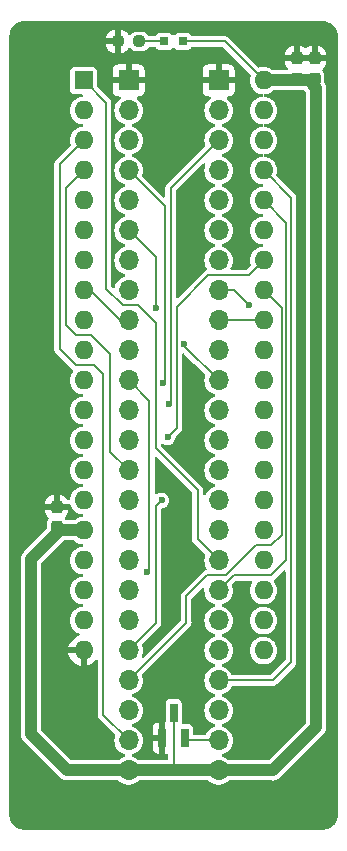
<source format=gbr>
G04 #@! TF.GenerationSoftware,KiCad,Pcbnew,7.0.11+dfsg-1build4*
G04 #@! TF.CreationDate,2024-10-25T09:20:39+09:00*
G04 #@! TF.ProjectId,bionic-cdp1802,62696f6e-6963-42d6-9364-70313830322e,6*
G04 #@! TF.SameCoordinates,Original*
G04 #@! TF.FileFunction,Copper,L1,Top*
G04 #@! TF.FilePolarity,Positive*
%FSLAX46Y46*%
G04 Gerber Fmt 4.6, Leading zero omitted, Abs format (unit mm)*
G04 Created by KiCad (PCBNEW 7.0.11+dfsg-1build4) date 2024-10-25 09:20:39*
%MOMM*%
%LPD*%
G01*
G04 APERTURE LIST*
G04 Aperture macros list*
%AMRoundRect*
0 Rectangle with rounded corners*
0 $1 Rounding radius*
0 $2 $3 $4 $5 $6 $7 $8 $9 X,Y pos of 4 corners*
0 Add a 4 corners polygon primitive as box body*
4,1,4,$2,$3,$4,$5,$6,$7,$8,$9,$2,$3,0*
0 Add four circle primitives for the rounded corners*
1,1,$1+$1,$2,$3*
1,1,$1+$1,$4,$5*
1,1,$1+$1,$6,$7*
1,1,$1+$1,$8,$9*
0 Add four rect primitives between the rounded corners*
20,1,$1+$1,$2,$3,$4,$5,0*
20,1,$1+$1,$4,$5,$6,$7,0*
20,1,$1+$1,$6,$7,$8,$9,0*
20,1,$1+$1,$8,$9,$2,$3,0*%
G04 Aperture macros list end*
G04 #@! TA.AperFunction,SMDPad,CuDef*
%ADD10R,0.660400X1.625600*%
G04 #@! TD*
G04 #@! TA.AperFunction,SMDPad,CuDef*
%ADD11RoundRect,0.237500X0.250000X0.237500X-0.250000X0.237500X-0.250000X-0.237500X0.250000X-0.237500X0*%
G04 #@! TD*
G04 #@! TA.AperFunction,SMDPad,CuDef*
%ADD12R,0.762000X0.711200*%
G04 #@! TD*
G04 #@! TA.AperFunction,SMDPad,CuDef*
%ADD13RoundRect,0.237500X0.237500X-0.300000X0.237500X0.300000X-0.237500X0.300000X-0.237500X-0.300000X0*%
G04 #@! TD*
G04 #@! TA.AperFunction,ComponentPad*
%ADD14R,1.600000X1.600000*%
G04 #@! TD*
G04 #@! TA.AperFunction,ComponentPad*
%ADD15O,1.600000X1.600000*%
G04 #@! TD*
G04 #@! TA.AperFunction,ComponentPad*
%ADD16O,1.700000X1.700000*%
G04 #@! TD*
G04 #@! TA.AperFunction,ComponentPad*
%ADD17R,1.700000X1.700000*%
G04 #@! TD*
G04 #@! TA.AperFunction,ViaPad*
%ADD18C,0.600000*%
G04 #@! TD*
G04 #@! TA.AperFunction,Conductor*
%ADD19C,0.200000*%
G04 #@! TD*
G04 #@! TA.AperFunction,Conductor*
%ADD20C,1.000000*%
G04 #@! TD*
G04 APERTURE END LIST*
D10*
X114019999Y-130756000D03*
X115920001Y-130756000D03*
X114970000Y-128624000D03*
D11*
X112072500Y-71778000D03*
X110247500Y-71778000D03*
D12*
X114195300Y-71778000D03*
X115744700Y-71778000D03*
D13*
X105064000Y-112926000D03*
X105064000Y-111201000D03*
X126908000Y-74926500D03*
X126908000Y-73201500D03*
X125384000Y-74926500D03*
X125384000Y-73201500D03*
D14*
X107350000Y-75080000D03*
D15*
X107350000Y-77620000D03*
X107350000Y-80160000D03*
X107350000Y-82700000D03*
X107350000Y-85240000D03*
X107350000Y-87780000D03*
X107350000Y-90320000D03*
X107350000Y-92860000D03*
X107350000Y-95400000D03*
X107350000Y-97940000D03*
X107350000Y-100480000D03*
X107350000Y-103020000D03*
X107350000Y-105560000D03*
X107350000Y-108100000D03*
X107350000Y-110640000D03*
X107350000Y-113180000D03*
X107350000Y-115720000D03*
X107350000Y-118260000D03*
X107350000Y-120800000D03*
X107350000Y-123340000D03*
X122590000Y-123340000D03*
X122590000Y-120800000D03*
X122590000Y-118260000D03*
X122590000Y-115720000D03*
X122590000Y-113180000D03*
X122590000Y-110640000D03*
X122590000Y-108100000D03*
X122590000Y-105560000D03*
X122590000Y-103020000D03*
X122590000Y-100480000D03*
X122590000Y-97940000D03*
X122590000Y-95400000D03*
X122590000Y-92860000D03*
X122590000Y-90320000D03*
X122590000Y-87780000D03*
X122590000Y-85240000D03*
X122590000Y-82700000D03*
X122590000Y-80160000D03*
X122590000Y-77620000D03*
X122590000Y-75080000D03*
D16*
X118780000Y-133500000D03*
X118780000Y-130960000D03*
X118780000Y-128420000D03*
X118780000Y-125880000D03*
X118780000Y-123340000D03*
X118780000Y-120800000D03*
X118780000Y-118260000D03*
X118780000Y-115720000D03*
X118780000Y-113180000D03*
X118780000Y-110640000D03*
X118780000Y-108100000D03*
X118780000Y-105560000D03*
X118780000Y-103020000D03*
X118780000Y-100480000D03*
X118780000Y-97940000D03*
X118780000Y-95400000D03*
X118780000Y-92860000D03*
X118780000Y-90320000D03*
X118780000Y-87780000D03*
X118780000Y-85240000D03*
X118780000Y-82700000D03*
X118780000Y-80160000D03*
X118780000Y-77620000D03*
D17*
X118780000Y-75080000D03*
X111160000Y-75080000D03*
D16*
X111160000Y-77620000D03*
X111160000Y-80160000D03*
X111160000Y-82700000D03*
X111160000Y-85240000D03*
X111160000Y-87780000D03*
X111160000Y-90320000D03*
X111160000Y-92860000D03*
X111160000Y-95400000D03*
X111160000Y-97940000D03*
X111160000Y-100480000D03*
X111160000Y-103020000D03*
X111160000Y-105560000D03*
X111160000Y-108100000D03*
X111160000Y-110640000D03*
X111160000Y-113180000D03*
X111160000Y-115720000D03*
X111160000Y-118260000D03*
X111160000Y-120800000D03*
X111160000Y-123340000D03*
X111160000Y-125880000D03*
X111160000Y-128420000D03*
X111160000Y-130960000D03*
X111160000Y-133500000D03*
D18*
X116240000Y-83970000D03*
X115224000Y-106322000D03*
X122590000Y-125118000D03*
X122590000Y-128420000D03*
X114716000Y-120292000D03*
X106207000Y-129690000D03*
X115097000Y-109497000D03*
X112684000Y-132103000D03*
X114116000Y-100734000D03*
X113446000Y-94384000D03*
X112684000Y-116736000D03*
X114462000Y-105306000D03*
X113954000Y-110640000D03*
X115824000Y-97432000D03*
X121320000Y-94130000D03*
X114624000Y-102512000D03*
D19*
X119288000Y-71778000D02*
X122590000Y-75080000D01*
D20*
X111160000Y-133500000D02*
X118780000Y-133500000D01*
D19*
X115744700Y-71778000D02*
X119288000Y-71778000D01*
D20*
X126400000Y-75080000D02*
X122590000Y-75080000D01*
X127035000Y-75715000D02*
X126400000Y-75080000D01*
X102905000Y-130452000D02*
X102905000Y-115593000D01*
X127035000Y-77620000D02*
X127035000Y-75715000D01*
X123352000Y-133500000D02*
X127035000Y-129817000D01*
X105953000Y-133500000D02*
X102905000Y-130452000D01*
X102905000Y-115593000D02*
X105318000Y-113180000D01*
D19*
X114970000Y-128624000D02*
X114970000Y-133500000D01*
D20*
X118780000Y-133500000D02*
X123352000Y-133500000D01*
X127035000Y-129817000D02*
X127035000Y-77620000D01*
X111160000Y-133500000D02*
X105953000Y-133500000D01*
X105318000Y-113180000D02*
X107350000Y-113180000D01*
D19*
X114195300Y-71778000D02*
X112072500Y-71778000D01*
X114116000Y-100734000D02*
X114208000Y-100642000D01*
X114208000Y-100642000D02*
X114208000Y-85748000D01*
X114208000Y-85748000D02*
X111160000Y-82700000D01*
X113446000Y-90066000D02*
X111160000Y-87780000D01*
X113446000Y-94384000D02*
X113446000Y-90066000D01*
X107858000Y-95400000D02*
X107350000Y-95400000D01*
X111160000Y-92860000D02*
X110398000Y-92860000D01*
X107350000Y-92860000D02*
X107921500Y-92860000D01*
X110461500Y-95400000D02*
X111160000Y-95400000D01*
X107921500Y-92860000D02*
X110461500Y-95400000D01*
X112684000Y-116736000D02*
X112919000Y-116501000D01*
X112919000Y-102239000D02*
X111160000Y-100480000D01*
X112919000Y-116501000D02*
X112919000Y-102239000D01*
X109596000Y-98281000D02*
X109596000Y-106536000D01*
X105826000Y-84224000D02*
X105826000Y-95781000D01*
X107350000Y-82700000D02*
X105826000Y-84224000D01*
X107985000Y-96670000D02*
X109596000Y-98281000D01*
X106715000Y-96670000D02*
X107985000Y-96670000D01*
X105826000Y-95781000D02*
X106715000Y-96670000D01*
X109596000Y-106536000D02*
X111160000Y-108100000D01*
X113446000Y-121054000D02*
X111160000Y-123340000D01*
X113446000Y-111148000D02*
X113446000Y-121054000D01*
X114462000Y-105306000D02*
X115224000Y-104544000D01*
X115224000Y-94257000D02*
X117891000Y-91590000D01*
X121320000Y-91590000D02*
X122590000Y-90320000D01*
X113954000Y-110640000D02*
X113446000Y-111148000D01*
X115224000Y-104544000D02*
X115224000Y-94257000D01*
X117891000Y-91590000D02*
X121320000Y-91590000D01*
X123225000Y-114450000D02*
X121955000Y-114450000D01*
X117814800Y-116990000D02*
X116036800Y-118768000D01*
X121955000Y-114450000D02*
X119415000Y-116990000D01*
X124114000Y-94384000D02*
X124114000Y-113561000D01*
X122590000Y-92860000D02*
X124114000Y-94384000D01*
X124114000Y-113561000D02*
X123225000Y-114450000D01*
X116036800Y-118768000D02*
X116036800Y-121003200D01*
X116036800Y-121003200D02*
X111160000Y-125880000D01*
X119415000Y-116990000D02*
X117814800Y-116990000D01*
X105318000Y-97813000D02*
X106715000Y-99210000D01*
X106715000Y-99210000D02*
X108257400Y-99210000D01*
X107350000Y-80160000D02*
X105318000Y-82192000D01*
X109019400Y-99972000D02*
X109019400Y-128819400D01*
X108257400Y-99210000D02*
X109019400Y-99972000D01*
X105318000Y-82192000D02*
X105318000Y-97813000D01*
X109019400Y-128819400D02*
X111160000Y-130960000D01*
X118780000Y-130960000D02*
X116124000Y-130960000D01*
X116124000Y-130960000D02*
X115920000Y-130756000D01*
X123352000Y-125880000D02*
X118780000Y-125880000D01*
X124914000Y-124318000D02*
X123352000Y-125880000D01*
X124914000Y-85024000D02*
X124914000Y-124318000D01*
X122590000Y-82700000D02*
X124914000Y-85024000D01*
X124514000Y-87164000D02*
X124514000Y-115701000D01*
X122590000Y-85240000D02*
X124514000Y-87164000D01*
X124514000Y-115701000D02*
X123225000Y-116990000D01*
X120050000Y-116990000D02*
X118780000Y-118260000D01*
X123225000Y-116990000D02*
X120050000Y-116990000D01*
X110652000Y-94130000D02*
X111922000Y-94130000D01*
X107350000Y-75080000D02*
X109255000Y-76985000D01*
X109255000Y-92733000D02*
X110652000Y-94130000D01*
X111922000Y-94130000D02*
X113446000Y-95654000D01*
X117002000Y-109751000D02*
X117002000Y-113942000D01*
X113446000Y-95654000D02*
X113446000Y-106195000D01*
X117002000Y-113942000D02*
X118780000Y-115720000D01*
X113446000Y-106195000D02*
X117002000Y-109751000D01*
X109255000Y-76985000D02*
X109255000Y-92733000D01*
X115824000Y-97432000D02*
X115824000Y-97524000D01*
X115824000Y-97524000D02*
X118780000Y-100480000D01*
X122590000Y-95400000D02*
X118780000Y-95400000D01*
X121320000Y-94130000D02*
X120050000Y-92860000D01*
X120050000Y-92860000D02*
X118780000Y-92860000D01*
X114716000Y-102420000D02*
X114716000Y-84224000D01*
X114716000Y-84224000D02*
X118780000Y-80160000D01*
X114624000Y-102512000D02*
X114716000Y-102420000D01*
G04 #@! TA.AperFunction,Conductor*
G36*
X106594210Y-114050185D02*
G01*
X106610709Y-114062863D01*
X106634364Y-114084427D01*
X106653698Y-114102052D01*
X106834981Y-114214298D01*
X107033802Y-114291321D01*
X107230613Y-114328111D01*
X107292893Y-114359779D01*
X107328166Y-114420092D01*
X107325232Y-114489900D01*
X107285023Y-114547040D01*
X107230613Y-114571888D01*
X107033802Y-114608679D01*
X107033799Y-114608679D01*
X107033799Y-114608680D01*
X106834982Y-114685701D01*
X106834980Y-114685702D01*
X106653699Y-114797947D01*
X106496127Y-114941593D01*
X106367632Y-115111746D01*
X106272596Y-115302605D01*
X106272596Y-115302607D01*
X106214244Y-115507689D01*
X106213623Y-115514397D01*
X106194571Y-115720000D01*
X106214244Y-115932310D01*
X106268587Y-116123304D01*
X106272596Y-116137392D01*
X106272596Y-116137394D01*
X106367632Y-116328253D01*
X106490958Y-116491561D01*
X106496128Y-116498407D01*
X106653698Y-116642052D01*
X106834981Y-116754298D01*
X107033802Y-116831321D01*
X107230613Y-116868111D01*
X107292893Y-116899779D01*
X107328166Y-116960092D01*
X107325232Y-117029900D01*
X107285023Y-117087040D01*
X107230613Y-117111888D01*
X107033802Y-117148679D01*
X107033799Y-117148679D01*
X107033799Y-117148680D01*
X106834982Y-117225701D01*
X106834980Y-117225702D01*
X106653699Y-117337947D01*
X106496127Y-117481593D01*
X106367632Y-117651746D01*
X106272596Y-117842605D01*
X106272596Y-117842607D01*
X106214244Y-118047689D01*
X106204844Y-118149139D01*
X106194571Y-118260000D01*
X106214244Y-118472310D01*
X106257679Y-118624967D01*
X106272596Y-118677392D01*
X106272596Y-118677394D01*
X106367632Y-118868253D01*
X106471628Y-119005964D01*
X106496128Y-119038407D01*
X106653698Y-119182052D01*
X106834981Y-119294298D01*
X107033802Y-119371321D01*
X107230613Y-119408111D01*
X107292893Y-119439779D01*
X107328166Y-119500092D01*
X107325232Y-119569900D01*
X107285023Y-119627040D01*
X107230613Y-119651888D01*
X107033802Y-119688679D01*
X107033799Y-119688679D01*
X107033799Y-119688680D01*
X106834982Y-119765701D01*
X106834980Y-119765702D01*
X106653699Y-119877947D01*
X106496127Y-120021593D01*
X106367632Y-120191746D01*
X106272596Y-120382605D01*
X106272596Y-120382607D01*
X106216870Y-120578462D01*
X106214244Y-120587690D01*
X106194571Y-120800000D01*
X106214244Y-121012310D01*
X106269916Y-121207975D01*
X106272596Y-121217392D01*
X106272596Y-121217394D01*
X106367632Y-121408253D01*
X106407047Y-121460446D01*
X106496128Y-121578407D01*
X106653698Y-121722052D01*
X106834981Y-121834298D01*
X106935449Y-121873219D01*
X106990851Y-121915792D01*
X107014442Y-121981558D01*
X106998731Y-122049639D01*
X106948707Y-122098418D01*
X106922753Y-122108620D01*
X106903683Y-122113730D01*
X106903673Y-122113734D01*
X106697517Y-122209865D01*
X106511179Y-122340342D01*
X106350342Y-122501179D01*
X106219865Y-122687517D01*
X106123734Y-122893673D01*
X106123730Y-122893682D01*
X106071127Y-123089999D01*
X106071128Y-123090000D01*
X107034314Y-123090000D01*
X107022359Y-123101955D01*
X106964835Y-123214852D01*
X106945014Y-123340000D01*
X106964835Y-123465148D01*
X107022359Y-123578045D01*
X107034314Y-123590000D01*
X106071128Y-123590000D01*
X106123730Y-123786317D01*
X106123734Y-123786326D01*
X106219865Y-123992482D01*
X106350342Y-124178820D01*
X106511179Y-124339657D01*
X106697517Y-124470134D01*
X106903673Y-124566265D01*
X106903682Y-124566269D01*
X107099999Y-124618872D01*
X107100000Y-124618871D01*
X107100000Y-123655686D01*
X107111955Y-123667641D01*
X107224852Y-123725165D01*
X107318519Y-123740000D01*
X107381481Y-123740000D01*
X107475148Y-123725165D01*
X107588045Y-123667641D01*
X107600000Y-123655686D01*
X107600000Y-124618872D01*
X107796317Y-124566269D01*
X107796326Y-124566265D01*
X108002482Y-124470134D01*
X108188820Y-124339657D01*
X108349652Y-124178825D01*
X108349902Y-124178528D01*
X108350045Y-124178432D01*
X108353490Y-124174988D01*
X108354181Y-124175679D01*
X108408069Y-124139820D01*
X108477930Y-124138704D01*
X108537304Y-124175535D01*
X108567340Y-124238619D01*
X108568900Y-124258224D01*
X108568900Y-128787138D01*
X108568120Y-128801023D01*
X108564129Y-128836436D01*
X108574755Y-128892596D01*
X108575532Y-128897165D01*
X108584052Y-128953691D01*
X108586562Y-128961827D01*
X108589376Y-128969870D01*
X108616088Y-129020411D01*
X108618176Y-129024549D01*
X108642974Y-129076041D01*
X108647762Y-129083065D01*
X108652831Y-129089932D01*
X108652834Y-129089938D01*
X108652838Y-129089942D01*
X108693246Y-129130350D01*
X108696463Y-129133689D01*
X108735347Y-129175596D01*
X108742610Y-129181388D01*
X108742089Y-129182041D01*
X108754330Y-129191434D01*
X109995672Y-130432776D01*
X110029157Y-130494099D01*
X110027258Y-130554391D01*
X109974884Y-130738468D01*
X109954357Y-130959999D01*
X109954357Y-130960000D01*
X109974884Y-131181535D01*
X109974885Y-131181537D01*
X110035769Y-131395523D01*
X110035775Y-131395538D01*
X110134938Y-131594683D01*
X110134943Y-131594691D01*
X110269020Y-131772238D01*
X110433437Y-131922123D01*
X110433439Y-131922125D01*
X110622595Y-132039245D01*
X110622596Y-132039245D01*
X110622599Y-132039247D01*
X110816524Y-132114374D01*
X110871924Y-132156946D01*
X110895515Y-132222713D01*
X110879804Y-132290793D01*
X110829780Y-132339572D01*
X110816533Y-132345622D01*
X110668488Y-132402975D01*
X110622601Y-132420752D01*
X110622595Y-132420754D01*
X110433439Y-132537874D01*
X110433437Y-132537876D01*
X110346492Y-132617137D01*
X110283688Y-132647754D01*
X110262954Y-132649500D01*
X106356651Y-132649500D01*
X106289612Y-132629815D01*
X106268970Y-132613181D01*
X103791819Y-130136030D01*
X103758334Y-130074707D01*
X103755500Y-130048349D01*
X103755500Y-115996651D01*
X103775185Y-115929612D01*
X103791819Y-115908970D01*
X105633970Y-114066819D01*
X105695293Y-114033334D01*
X105721651Y-114030500D01*
X106527171Y-114030500D01*
X106594210Y-114050185D01*
G37*
G04 #@! TD.AperFunction*
G04 #@! TA.AperFunction,Conductor*
G36*
X117502611Y-118041803D02*
G01*
X117558545Y-118083675D01*
X117582962Y-118149139D01*
X117582749Y-118169425D01*
X117574357Y-118259997D01*
X117574357Y-118260000D01*
X117594884Y-118481535D01*
X117594885Y-118481537D01*
X117655769Y-118695523D01*
X117655775Y-118695538D01*
X117754938Y-118894683D01*
X117754943Y-118894691D01*
X117889020Y-119072238D01*
X118053437Y-119222123D01*
X118053439Y-119222125D01*
X118242595Y-119339245D01*
X118242596Y-119339245D01*
X118242599Y-119339247D01*
X118436524Y-119414374D01*
X118491924Y-119456946D01*
X118515515Y-119522713D01*
X118499804Y-119590793D01*
X118449780Y-119639572D01*
X118436533Y-119645622D01*
X118325389Y-119688680D01*
X118242601Y-119720752D01*
X118242595Y-119720754D01*
X118053439Y-119837874D01*
X118053437Y-119837876D01*
X117889020Y-119987761D01*
X117754943Y-120165308D01*
X117754938Y-120165316D01*
X117655775Y-120364461D01*
X117655769Y-120364476D01*
X117594885Y-120578462D01*
X117594884Y-120578464D01*
X117574357Y-120799999D01*
X117574357Y-120800000D01*
X117594884Y-121021535D01*
X117594885Y-121021537D01*
X117655769Y-121235523D01*
X117655775Y-121235538D01*
X117754938Y-121434683D01*
X117754943Y-121434691D01*
X117889020Y-121612238D01*
X118053437Y-121762123D01*
X118053439Y-121762125D01*
X118242595Y-121879245D01*
X118242596Y-121879245D01*
X118242599Y-121879247D01*
X118436524Y-121954374D01*
X118491924Y-121996946D01*
X118515515Y-122062713D01*
X118499804Y-122130793D01*
X118449780Y-122179572D01*
X118436533Y-122185622D01*
X118325389Y-122228680D01*
X118242601Y-122260752D01*
X118242595Y-122260754D01*
X118053439Y-122377874D01*
X118053437Y-122377876D01*
X117889020Y-122527761D01*
X117754943Y-122705308D01*
X117754938Y-122705316D01*
X117655775Y-122904461D01*
X117655769Y-122904476D01*
X117594885Y-123118462D01*
X117594884Y-123118464D01*
X117574357Y-123339999D01*
X117574357Y-123340000D01*
X117594884Y-123561535D01*
X117594885Y-123561537D01*
X117655769Y-123775523D01*
X117655775Y-123775538D01*
X117754938Y-123974683D01*
X117754943Y-123974691D01*
X117889020Y-124152238D01*
X118053437Y-124302123D01*
X118053439Y-124302125D01*
X118242595Y-124419245D01*
X118242596Y-124419245D01*
X118242599Y-124419247D01*
X118436524Y-124494374D01*
X118491924Y-124536946D01*
X118515515Y-124602713D01*
X118499804Y-124670793D01*
X118449780Y-124719572D01*
X118436533Y-124725622D01*
X118311259Y-124774154D01*
X118242601Y-124800752D01*
X118242595Y-124800754D01*
X118053439Y-124917874D01*
X118053437Y-124917876D01*
X117889020Y-125067761D01*
X117754943Y-125245308D01*
X117754938Y-125245316D01*
X117655775Y-125444461D01*
X117655769Y-125444476D01*
X117594885Y-125658462D01*
X117594884Y-125658464D01*
X117574357Y-125879999D01*
X117574357Y-125880000D01*
X117594884Y-126101535D01*
X117594885Y-126101537D01*
X117655769Y-126315523D01*
X117655775Y-126315538D01*
X117754938Y-126514683D01*
X117754943Y-126514691D01*
X117889020Y-126692238D01*
X118053437Y-126842123D01*
X118053439Y-126842125D01*
X118242595Y-126959245D01*
X118242596Y-126959245D01*
X118242599Y-126959247D01*
X118436524Y-127034374D01*
X118491924Y-127076946D01*
X118515515Y-127142713D01*
X118499804Y-127210793D01*
X118449780Y-127259572D01*
X118436533Y-127265622D01*
X118288488Y-127322975D01*
X118242601Y-127340752D01*
X118242595Y-127340754D01*
X118053439Y-127457874D01*
X118053437Y-127457876D01*
X117889020Y-127607761D01*
X117754943Y-127785308D01*
X117754938Y-127785316D01*
X117655775Y-127984461D01*
X117655769Y-127984476D01*
X117594885Y-128198462D01*
X117594884Y-128198464D01*
X117574357Y-128419999D01*
X117574357Y-128420000D01*
X117594884Y-128641535D01*
X117594885Y-128641537D01*
X117655769Y-128855523D01*
X117655775Y-128855538D01*
X117754938Y-129054683D01*
X117754943Y-129054691D01*
X117889020Y-129232238D01*
X118053437Y-129382123D01*
X118053439Y-129382125D01*
X118242595Y-129499245D01*
X118242596Y-129499245D01*
X118242599Y-129499247D01*
X118436524Y-129574374D01*
X118491924Y-129616946D01*
X118515515Y-129682713D01*
X118499804Y-129750793D01*
X118449780Y-129799572D01*
X118436533Y-129805622D01*
X118311259Y-129854154D01*
X118242601Y-129880752D01*
X118242595Y-129880754D01*
X118053439Y-129997874D01*
X118053437Y-129997876D01*
X117889020Y-130147761D01*
X117754943Y-130325308D01*
X117754936Y-130325320D01*
X117697449Y-130440771D01*
X117649946Y-130492009D01*
X117586449Y-130509500D01*
X116724701Y-130509500D01*
X116657662Y-130489815D01*
X116611907Y-130437011D01*
X116600701Y-130385500D01*
X116600701Y-129909939D01*
X116590774Y-129841808D01*
X116590774Y-129841807D01*
X116539399Y-129736717D01*
X116539397Y-129736715D01*
X116539397Y-129736714D01*
X116456686Y-129654003D01*
X116351592Y-129602626D01*
X116283462Y-129592700D01*
X116283461Y-129592700D01*
X115774700Y-129592700D01*
X115707661Y-129573015D01*
X115661906Y-129520211D01*
X115650700Y-129468700D01*
X115650700Y-127777939D01*
X115640773Y-127709808D01*
X115640773Y-127709807D01*
X115589398Y-127604717D01*
X115589396Y-127604715D01*
X115589396Y-127604714D01*
X115506685Y-127522003D01*
X115401591Y-127470626D01*
X115333461Y-127460700D01*
X115333460Y-127460700D01*
X114606540Y-127460700D01*
X114606539Y-127460700D01*
X114538408Y-127470626D01*
X114433314Y-127522003D01*
X114350603Y-127604714D01*
X114299226Y-127709808D01*
X114289300Y-127777939D01*
X114289300Y-129372537D01*
X114269999Y-129438268D01*
X114269999Y-132068800D01*
X114395500Y-132068800D01*
X114462539Y-132088485D01*
X114508294Y-132141289D01*
X114519500Y-132192800D01*
X114519500Y-132525500D01*
X114499815Y-132592539D01*
X114447011Y-132638294D01*
X114395500Y-132649500D01*
X112057046Y-132649500D01*
X111990007Y-132629815D01*
X111973508Y-132617137D01*
X111886562Y-132537876D01*
X111886560Y-132537874D01*
X111697404Y-132420754D01*
X111697395Y-132420750D01*
X111603956Y-132384552D01*
X111503475Y-132345625D01*
X111448075Y-132303054D01*
X111424484Y-132237288D01*
X111440195Y-132169207D01*
X111490219Y-132120428D01*
X111503466Y-132114377D01*
X111697401Y-132039247D01*
X111886562Y-131922124D01*
X112026282Y-131794751D01*
X112050979Y-131772238D01*
X112123520Y-131676179D01*
X112185058Y-131594689D01*
X112284229Y-131395528D01*
X112345115Y-131181536D01*
X112361381Y-131006000D01*
X113189799Y-131006000D01*
X113189799Y-131616644D01*
X113196200Y-131676172D01*
X113196202Y-131676179D01*
X113246444Y-131810886D01*
X113246448Y-131810893D01*
X113332607Y-131925986D01*
X113332611Y-131925990D01*
X113447705Y-132012150D01*
X113447712Y-132012154D01*
X113582419Y-132062396D01*
X113582426Y-132062398D01*
X113641954Y-132068799D01*
X113641971Y-132068800D01*
X113769999Y-132068800D01*
X113769999Y-131006000D01*
X113189799Y-131006000D01*
X112361381Y-131006000D01*
X112365643Y-130960000D01*
X112352780Y-130821189D01*
X112345115Y-130738464D01*
X112345114Y-130738462D01*
X112293501Y-130557062D01*
X112284229Y-130524472D01*
X112275031Y-130506000D01*
X113189799Y-130506000D01*
X113769999Y-130506000D01*
X113769999Y-129443200D01*
X113641954Y-129443200D01*
X113582426Y-129449601D01*
X113582419Y-129449603D01*
X113447712Y-129499845D01*
X113447705Y-129499849D01*
X113332611Y-129586009D01*
X113332608Y-129586012D01*
X113246448Y-129701106D01*
X113246444Y-129701113D01*
X113196202Y-129835820D01*
X113196200Y-129835827D01*
X113189799Y-129895355D01*
X113189799Y-130506000D01*
X112275031Y-130506000D01*
X112269105Y-130494099D01*
X112185061Y-130325316D01*
X112185056Y-130325308D01*
X112050979Y-130147761D01*
X111886562Y-129997876D01*
X111886560Y-129997874D01*
X111697404Y-129880754D01*
X111697395Y-129880750D01*
X111603956Y-129844552D01*
X111503475Y-129805625D01*
X111448075Y-129763054D01*
X111424484Y-129697288D01*
X111440195Y-129629207D01*
X111490219Y-129580428D01*
X111503466Y-129574377D01*
X111697401Y-129499247D01*
X111886562Y-129382124D01*
X112050981Y-129232236D01*
X112185058Y-129054689D01*
X112284229Y-128855528D01*
X112345115Y-128641536D01*
X112365643Y-128420000D01*
X112345115Y-128198464D01*
X112284229Y-127984472D01*
X112284224Y-127984461D01*
X112185061Y-127785316D01*
X112185056Y-127785308D01*
X112050979Y-127607761D01*
X111886562Y-127457876D01*
X111886560Y-127457874D01*
X111697404Y-127340754D01*
X111697395Y-127340750D01*
X111603956Y-127304552D01*
X111503475Y-127265625D01*
X111448075Y-127223054D01*
X111424484Y-127157288D01*
X111440195Y-127089207D01*
X111490219Y-127040428D01*
X111503466Y-127034377D01*
X111697401Y-126959247D01*
X111886562Y-126842124D01*
X112050981Y-126692236D01*
X112185058Y-126514689D01*
X112284229Y-126315528D01*
X112345115Y-126101536D01*
X112365643Y-125880000D01*
X112345115Y-125658464D01*
X112334720Y-125621929D01*
X112292742Y-125474390D01*
X112293329Y-125404523D01*
X112324325Y-125352777D01*
X116332544Y-121344557D01*
X116342893Y-121335309D01*
X116370770Y-121313079D01*
X116402998Y-121265807D01*
X116405612Y-121262123D01*
X116439593Y-121216082D01*
X116439593Y-121216079D01*
X116439595Y-121216078D01*
X116443587Y-121208524D01*
X116447271Y-121200875D01*
X116448451Y-121197049D01*
X116464130Y-121146214D01*
X116465562Y-121141862D01*
X116484446Y-121087899D01*
X116484446Y-121087896D01*
X116486028Y-121079536D01*
X116487300Y-121071099D01*
X116487300Y-121013954D01*
X116487387Y-121009316D01*
X116489525Y-120952190D01*
X116488485Y-120942958D01*
X116489313Y-120942864D01*
X116487300Y-120927561D01*
X116487300Y-119005964D01*
X116506985Y-118938925D01*
X116523614Y-118918287D01*
X117371599Y-118070302D01*
X117432920Y-118036819D01*
X117502611Y-118041803D01*
G37*
G04 #@! TD.AperFunction*
G04 #@! TA.AperFunction,Conductor*
G36*
X126063387Y-75950185D02*
G01*
X126084029Y-75966818D01*
X126148181Y-76030969D01*
X126181666Y-76092292D01*
X126184500Y-76118651D01*
X126184500Y-129413349D01*
X126164815Y-129480388D01*
X126148181Y-129501030D01*
X123036030Y-132613181D01*
X122974707Y-132646666D01*
X122948349Y-132649500D01*
X119677046Y-132649500D01*
X119610007Y-132629815D01*
X119593508Y-132617137D01*
X119506562Y-132537876D01*
X119506560Y-132537874D01*
X119317404Y-132420754D01*
X119317395Y-132420750D01*
X119223956Y-132384552D01*
X119123475Y-132345625D01*
X119068075Y-132303054D01*
X119044484Y-132237288D01*
X119060195Y-132169207D01*
X119110219Y-132120428D01*
X119123466Y-132114377D01*
X119317401Y-132039247D01*
X119506562Y-131922124D01*
X119646282Y-131794751D01*
X119670979Y-131772238D01*
X119743520Y-131676179D01*
X119805058Y-131594689D01*
X119904229Y-131395528D01*
X119965115Y-131181536D01*
X119985643Y-130960000D01*
X119972780Y-130821189D01*
X119965115Y-130738464D01*
X119965114Y-130738462D01*
X119913501Y-130557062D01*
X119904229Y-130524472D01*
X119889105Y-130494099D01*
X119805061Y-130325316D01*
X119805056Y-130325308D01*
X119670979Y-130147761D01*
X119506562Y-129997876D01*
X119506560Y-129997874D01*
X119317404Y-129880754D01*
X119317395Y-129880750D01*
X119223956Y-129844552D01*
X119123475Y-129805625D01*
X119068075Y-129763054D01*
X119044484Y-129697288D01*
X119060195Y-129629207D01*
X119110219Y-129580428D01*
X119123466Y-129574377D01*
X119317401Y-129499247D01*
X119506562Y-129382124D01*
X119670981Y-129232236D01*
X119805058Y-129054689D01*
X119904229Y-128855528D01*
X119965115Y-128641536D01*
X119985643Y-128420000D01*
X119965115Y-128198464D01*
X119904229Y-127984472D01*
X119904224Y-127984461D01*
X119805061Y-127785316D01*
X119805056Y-127785308D01*
X119670979Y-127607761D01*
X119506562Y-127457876D01*
X119506560Y-127457874D01*
X119317404Y-127340754D01*
X119317395Y-127340750D01*
X119223956Y-127304552D01*
X119123475Y-127265625D01*
X119068075Y-127223054D01*
X119044484Y-127157288D01*
X119060195Y-127089207D01*
X119110219Y-127040428D01*
X119123466Y-127034377D01*
X119317401Y-126959247D01*
X119506562Y-126842124D01*
X119670981Y-126692236D01*
X119805058Y-126514689D01*
X119862551Y-126399229D01*
X119910054Y-126347991D01*
X119973551Y-126330500D01*
X123319738Y-126330500D01*
X123333620Y-126331279D01*
X123346421Y-126332722D01*
X123369033Y-126335270D01*
X123369033Y-126335269D01*
X123369035Y-126335270D01*
X123425236Y-126324635D01*
X123429726Y-126323872D01*
X123486287Y-126315348D01*
X123486291Y-126315345D01*
X123494447Y-126312830D01*
X123502469Y-126310024D01*
X123502470Y-126310023D01*
X123502472Y-126310023D01*
X123553088Y-126283270D01*
X123557093Y-126281248D01*
X123608642Y-126256425D01*
X123608643Y-126256423D01*
X123608645Y-126256423D01*
X123615695Y-126251616D01*
X123622534Y-126246567D01*
X123622538Y-126246566D01*
X123662974Y-126206128D01*
X123666260Y-126202962D01*
X123708194Y-126164055D01*
X123708196Y-126164050D01*
X123713987Y-126156790D01*
X123714643Y-126157313D01*
X123724032Y-126145070D01*
X125209744Y-124659357D01*
X125220093Y-124650109D01*
X125247970Y-124627879D01*
X125280198Y-124580607D01*
X125282812Y-124576923D01*
X125316793Y-124530882D01*
X125316793Y-124530879D01*
X125316795Y-124530878D01*
X125320787Y-124523324D01*
X125324471Y-124515675D01*
X125329424Y-124499618D01*
X125341330Y-124461014D01*
X125342762Y-124456662D01*
X125361646Y-124402699D01*
X125361646Y-124402696D01*
X125363228Y-124394336D01*
X125364500Y-124385899D01*
X125364500Y-124328754D01*
X125364587Y-124324116D01*
X125366725Y-124266990D01*
X125365685Y-124257758D01*
X125366513Y-124257664D01*
X125364500Y-124242361D01*
X125364500Y-85056261D01*
X125365280Y-85042376D01*
X125369270Y-85006966D01*
X125366395Y-84991772D01*
X125358633Y-84950753D01*
X125357864Y-84946219D01*
X125349348Y-84889715D01*
X125349348Y-84889713D01*
X125349346Y-84889709D01*
X125346836Y-84881571D01*
X125344024Y-84873534D01*
X125344023Y-84873528D01*
X125317285Y-84822941D01*
X125315223Y-84818854D01*
X125290425Y-84767358D01*
X125290423Y-84767356D01*
X125290423Y-84767355D01*
X125285642Y-84760342D01*
X125280566Y-84753465D01*
X125280565Y-84753462D01*
X125240165Y-84713062D01*
X125236947Y-84709721D01*
X125198060Y-84667809D01*
X125190792Y-84662014D01*
X125191312Y-84661361D01*
X125179067Y-84651964D01*
X123713856Y-83186753D01*
X123680371Y-83125430D01*
X123682270Y-83065141D01*
X123725756Y-82912310D01*
X123745429Y-82700000D01*
X123725756Y-82487690D01*
X123667405Y-82282611D01*
X123667403Y-82282606D01*
X123667403Y-82282605D01*
X123572367Y-82091746D01*
X123443872Y-81921593D01*
X123286302Y-81777948D01*
X123105019Y-81665702D01*
X123105017Y-81665701D01*
X122988989Y-81620752D01*
X122906198Y-81588679D01*
X122709385Y-81551888D01*
X122647106Y-81520221D01*
X122611833Y-81459908D01*
X122614767Y-81390100D01*
X122654976Y-81332960D01*
X122709384Y-81308111D01*
X122906198Y-81271321D01*
X123105019Y-81194298D01*
X123286302Y-81082052D01*
X123443872Y-80938407D01*
X123572366Y-80768255D01*
X123632867Y-80646752D01*
X123667403Y-80577394D01*
X123667403Y-80577393D01*
X123667405Y-80577389D01*
X123725756Y-80372310D01*
X123745429Y-80160000D01*
X123725756Y-79947690D01*
X123667405Y-79742611D01*
X123667403Y-79742606D01*
X123667403Y-79742605D01*
X123572367Y-79551746D01*
X123443872Y-79381593D01*
X123286302Y-79237948D01*
X123105019Y-79125702D01*
X123105017Y-79125701D01*
X122988989Y-79080752D01*
X122906198Y-79048679D01*
X122709385Y-79011888D01*
X122647106Y-78980221D01*
X122611833Y-78919908D01*
X122614767Y-78850100D01*
X122654976Y-78792960D01*
X122709384Y-78768111D01*
X122906198Y-78731321D01*
X123105019Y-78654298D01*
X123286302Y-78542052D01*
X123443872Y-78398407D01*
X123572366Y-78228255D01*
X123658373Y-78055528D01*
X123667403Y-78037394D01*
X123667403Y-78037393D01*
X123667405Y-78037389D01*
X123725756Y-77832310D01*
X123745429Y-77620000D01*
X123725756Y-77407690D01*
X123667405Y-77202611D01*
X123667403Y-77202606D01*
X123667403Y-77202605D01*
X123572367Y-77011746D01*
X123443872Y-76841593D01*
X123436118Y-76834524D01*
X123286302Y-76697948D01*
X123105019Y-76585702D01*
X123105017Y-76585701D01*
X122976268Y-76535824D01*
X122906198Y-76508679D01*
X122709385Y-76471888D01*
X122647106Y-76440221D01*
X122611833Y-76379908D01*
X122614767Y-76310100D01*
X122654976Y-76252960D01*
X122709384Y-76228111D01*
X122906198Y-76191321D01*
X123105019Y-76114298D01*
X123286302Y-76002052D01*
X123312857Y-75977844D01*
X123329291Y-75962863D01*
X123392095Y-75932246D01*
X123412829Y-75930500D01*
X125996348Y-75930500D01*
X126063387Y-75950185D01*
G37*
G04 #@! TD.AperFunction*
G04 #@! TA.AperFunction,Conductor*
G36*
X124382834Y-116571783D02*
G01*
X124438767Y-116613655D01*
X124463184Y-116679119D01*
X124463500Y-116687965D01*
X124463500Y-124080035D01*
X124443815Y-124147074D01*
X124427181Y-124167716D01*
X123201716Y-125393181D01*
X123140393Y-125426666D01*
X123114035Y-125429500D01*
X119973551Y-125429500D01*
X119906512Y-125409815D01*
X119862551Y-125360771D01*
X119805063Y-125245320D01*
X119805056Y-125245308D01*
X119670979Y-125067761D01*
X119506562Y-124917876D01*
X119506560Y-124917874D01*
X119317404Y-124800754D01*
X119317395Y-124800750D01*
X119223956Y-124764552D01*
X119123475Y-124725625D01*
X119068075Y-124683054D01*
X119044484Y-124617288D01*
X119060195Y-124549207D01*
X119110219Y-124500428D01*
X119123466Y-124494377D01*
X119317401Y-124419247D01*
X119506562Y-124302124D01*
X119670981Y-124152236D01*
X119805058Y-123974689D01*
X119904229Y-123775528D01*
X119965115Y-123561536D01*
X119985643Y-123340000D01*
X119965115Y-123118464D01*
X119904229Y-122904472D01*
X119904224Y-122904461D01*
X119805061Y-122705316D01*
X119805056Y-122705308D01*
X119670979Y-122527761D01*
X119506562Y-122377876D01*
X119506560Y-122377874D01*
X119317404Y-122260754D01*
X119317395Y-122260750D01*
X119186044Y-122209865D01*
X119123475Y-122185625D01*
X119068075Y-122143054D01*
X119044484Y-122077288D01*
X119060195Y-122009207D01*
X119110219Y-121960428D01*
X119123466Y-121954377D01*
X119317401Y-121879247D01*
X119506562Y-121762124D01*
X119670981Y-121612236D01*
X119805058Y-121434689D01*
X119904229Y-121235528D01*
X119965115Y-121021536D01*
X119985643Y-120800000D01*
X119965115Y-120578464D01*
X119904229Y-120364472D01*
X119853349Y-120262291D01*
X119805061Y-120165316D01*
X119805056Y-120165308D01*
X119670979Y-119987761D01*
X119506562Y-119837876D01*
X119506560Y-119837874D01*
X119317404Y-119720754D01*
X119317395Y-119720750D01*
X119223956Y-119684552D01*
X119123475Y-119645625D01*
X119068075Y-119603054D01*
X119044484Y-119537288D01*
X119060195Y-119469207D01*
X119110219Y-119420428D01*
X119123466Y-119414377D01*
X119317401Y-119339247D01*
X119506562Y-119222124D01*
X119670981Y-119072236D01*
X119805058Y-118894689D01*
X119904229Y-118695528D01*
X119965115Y-118481536D01*
X119985643Y-118260000D01*
X119965115Y-118038464D01*
X119954720Y-118001929D01*
X119912742Y-117854390D01*
X119913329Y-117784523D01*
X119944325Y-117732777D01*
X120200284Y-117476819D01*
X120261607Y-117443334D01*
X120287965Y-117440500D01*
X121518133Y-117440500D01*
X121585172Y-117460185D01*
X121630927Y-117512989D01*
X121640871Y-117582147D01*
X121617087Y-117639227D01*
X121607633Y-117651746D01*
X121512596Y-117842605D01*
X121512596Y-117842607D01*
X121454244Y-118047689D01*
X121444844Y-118149139D01*
X121434571Y-118260000D01*
X121454244Y-118472310D01*
X121497679Y-118624967D01*
X121512596Y-118677392D01*
X121512596Y-118677394D01*
X121607632Y-118868253D01*
X121711628Y-119005964D01*
X121736128Y-119038407D01*
X121893698Y-119182052D01*
X122074981Y-119294298D01*
X122273802Y-119371321D01*
X122470613Y-119408111D01*
X122532893Y-119439779D01*
X122568166Y-119500092D01*
X122565232Y-119569900D01*
X122525023Y-119627040D01*
X122470613Y-119651888D01*
X122273802Y-119688679D01*
X122273799Y-119688679D01*
X122273799Y-119688680D01*
X122074982Y-119765701D01*
X122074980Y-119765702D01*
X121893699Y-119877947D01*
X121736127Y-120021593D01*
X121607632Y-120191746D01*
X121512596Y-120382605D01*
X121512596Y-120382607D01*
X121456870Y-120578462D01*
X121454244Y-120587690D01*
X121434571Y-120800000D01*
X121454244Y-121012310D01*
X121509916Y-121207975D01*
X121512596Y-121217392D01*
X121512596Y-121217394D01*
X121607632Y-121408253D01*
X121647047Y-121460446D01*
X121736128Y-121578407D01*
X121893698Y-121722052D01*
X122074981Y-121834298D01*
X122273802Y-121911321D01*
X122470613Y-121948111D01*
X122532893Y-121979779D01*
X122568166Y-122040092D01*
X122565232Y-122109900D01*
X122525023Y-122167040D01*
X122470613Y-122191888D01*
X122273802Y-122228679D01*
X122273799Y-122228679D01*
X122273799Y-122228680D01*
X122074982Y-122305701D01*
X122074980Y-122305702D01*
X121893699Y-122417947D01*
X121736127Y-122561593D01*
X121607632Y-122731746D01*
X121512596Y-122922605D01*
X121512596Y-122922607D01*
X121454244Y-123127689D01*
X121434571Y-123339999D01*
X121434571Y-123340000D01*
X121454244Y-123552310D01*
X121512596Y-123757392D01*
X121512596Y-123757394D01*
X121607632Y-123948253D01*
X121736127Y-124118406D01*
X121736128Y-124118407D01*
X121893698Y-124262052D01*
X122074981Y-124374298D01*
X122273802Y-124451321D01*
X122483390Y-124490500D01*
X122483392Y-124490500D01*
X122696608Y-124490500D01*
X122696610Y-124490500D01*
X122906198Y-124451321D01*
X123105019Y-124374298D01*
X123286302Y-124262052D01*
X123443872Y-124118407D01*
X123572366Y-123948255D01*
X123624954Y-123842643D01*
X123667403Y-123757394D01*
X123667403Y-123757393D01*
X123667405Y-123757389D01*
X123725756Y-123552310D01*
X123745429Y-123340000D01*
X123725756Y-123127690D01*
X123667405Y-122922611D01*
X123667403Y-122922606D01*
X123667403Y-122922605D01*
X123572367Y-122731746D01*
X123443872Y-122561593D01*
X123414228Y-122534569D01*
X123286302Y-122417948D01*
X123105019Y-122305702D01*
X123105017Y-122305701D01*
X122988989Y-122260752D01*
X122906198Y-122228679D01*
X122709385Y-122191888D01*
X122647106Y-122160221D01*
X122611833Y-122099908D01*
X122614767Y-122030100D01*
X122654976Y-121972960D01*
X122709384Y-121948111D01*
X122906198Y-121911321D01*
X123105019Y-121834298D01*
X123286302Y-121722052D01*
X123443872Y-121578407D01*
X123572366Y-121408255D01*
X123592357Y-121368107D01*
X123667403Y-121217394D01*
X123667403Y-121217393D01*
X123667405Y-121217389D01*
X123725756Y-121012310D01*
X123745429Y-120800000D01*
X123725756Y-120587690D01*
X123667405Y-120382611D01*
X123667403Y-120382606D01*
X123667403Y-120382605D01*
X123572367Y-120191746D01*
X123443872Y-120021593D01*
X123286302Y-119877948D01*
X123105019Y-119765702D01*
X123105017Y-119765701D01*
X122988989Y-119720752D01*
X122906198Y-119688679D01*
X122709385Y-119651888D01*
X122647106Y-119620221D01*
X122611833Y-119559908D01*
X122614767Y-119490100D01*
X122654976Y-119432960D01*
X122709384Y-119408111D01*
X122906198Y-119371321D01*
X123105019Y-119294298D01*
X123286302Y-119182052D01*
X123443872Y-119038407D01*
X123572366Y-118868255D01*
X123592243Y-118828336D01*
X123667403Y-118677394D01*
X123667403Y-118677393D01*
X123667405Y-118677389D01*
X123725756Y-118472310D01*
X123745429Y-118260000D01*
X123725756Y-118047690D01*
X123667405Y-117842611D01*
X123667403Y-117842606D01*
X123667403Y-117842605D01*
X123572367Y-117651746D01*
X123477289Y-117525844D01*
X123452597Y-117460483D01*
X123467162Y-117392148D01*
X123490796Y-117364971D01*
X123488965Y-117363140D01*
X123510015Y-117342087D01*
X123535974Y-117316128D01*
X123539260Y-117312962D01*
X123581194Y-117274055D01*
X123581196Y-117274050D01*
X123586987Y-117266790D01*
X123587643Y-117267313D01*
X123597032Y-117255070D01*
X124251819Y-116600284D01*
X124313142Y-116566799D01*
X124382834Y-116571783D01*
G37*
G04 #@! TD.AperFunction*
G04 #@! TA.AperFunction,Conductor*
G36*
X113574703Y-106961253D02*
G01*
X113581181Y-106967285D01*
X116515181Y-109901285D01*
X116548666Y-109962608D01*
X116551500Y-109988966D01*
X116551500Y-113909738D01*
X116550720Y-113923623D01*
X116546729Y-113959036D01*
X116557355Y-114015196D01*
X116558132Y-114019765D01*
X116566652Y-114076291D01*
X116569162Y-114084427D01*
X116571976Y-114092470D01*
X116571976Y-114092471D01*
X116571977Y-114092472D01*
X116598219Y-114142125D01*
X116598688Y-114143011D01*
X116600776Y-114147149D01*
X116625574Y-114198641D01*
X116630362Y-114205665D01*
X116635431Y-114212532D01*
X116635434Y-114212538D01*
X116635438Y-114212542D01*
X116675846Y-114252950D01*
X116679063Y-114256289D01*
X116717947Y-114298196D01*
X116725210Y-114303988D01*
X116724689Y-114304641D01*
X116736930Y-114314034D01*
X117615672Y-115192776D01*
X117649157Y-115254099D01*
X117647258Y-115314391D01*
X117645710Y-115319832D01*
X117600848Y-115477508D01*
X117594884Y-115498468D01*
X117574357Y-115719999D01*
X117574357Y-115720000D01*
X117594884Y-115941535D01*
X117594885Y-115941537D01*
X117655769Y-116155523D01*
X117655775Y-116155538D01*
X117754938Y-116354683D01*
X117754945Y-116354693D01*
X117757339Y-116357864D01*
X117782028Y-116423227D01*
X117767460Y-116491561D01*
X117718261Y-116541171D01*
X117689120Y-116551049D01*
X117689388Y-116551915D01*
X117672356Y-116557167D01*
X117664329Y-116559976D01*
X117613764Y-116586700D01*
X117609629Y-116588787D01*
X117558158Y-116613575D01*
X117551108Y-116618380D01*
X117544259Y-116623435D01*
X117503859Y-116663836D01*
X117500522Y-116667051D01*
X117458604Y-116705946D01*
X117452813Y-116713208D01*
X117452162Y-116712688D01*
X117442767Y-116724928D01*
X115741063Y-118426632D01*
X115730698Y-118435895D01*
X115702833Y-118458117D01*
X115702830Y-118458121D01*
X115670623Y-118505357D01*
X115667944Y-118509132D01*
X115634006Y-118555118D01*
X115630016Y-118562667D01*
X115626328Y-118570325D01*
X115609473Y-118624967D01*
X115608025Y-118629368D01*
X115589153Y-118683304D01*
X115587571Y-118691659D01*
X115586300Y-118700100D01*
X115586300Y-118757260D01*
X115586213Y-118761897D01*
X115584075Y-118819009D01*
X115585116Y-118828243D01*
X115584285Y-118828336D01*
X115586300Y-118843635D01*
X115586300Y-120765234D01*
X115566615Y-120832273D01*
X115549981Y-120852915D01*
X112481418Y-123921478D01*
X112420095Y-123954963D01*
X112350403Y-123949979D01*
X112294470Y-123908107D01*
X112270053Y-123842643D01*
X112282262Y-123780926D01*
X112282154Y-123780884D01*
X112282392Y-123780266D01*
X112282738Y-123778523D01*
X112284224Y-123775538D01*
X112284229Y-123775528D01*
X112345115Y-123561536D01*
X112365643Y-123340000D01*
X112345115Y-123118464D01*
X112294338Y-122940000D01*
X112292742Y-122934390D01*
X112293329Y-122864523D01*
X112324325Y-122812777D01*
X113741744Y-121395357D01*
X113752093Y-121386109D01*
X113779970Y-121363879D01*
X113812198Y-121316607D01*
X113814812Y-121312923D01*
X113848793Y-121266882D01*
X113848793Y-121266879D01*
X113848795Y-121266878D01*
X113852778Y-121259341D01*
X113856468Y-121251677D01*
X113856472Y-121251673D01*
X113873330Y-121197018D01*
X113874761Y-121192668D01*
X113893646Y-121138700D01*
X113893646Y-121138698D01*
X113895228Y-121130336D01*
X113896500Y-121121899D01*
X113896500Y-121064738D01*
X113896587Y-121060100D01*
X113898724Y-121002992D01*
X113897684Y-120993761D01*
X113898513Y-120993667D01*
X113896500Y-120978366D01*
X113896500Y-111414500D01*
X113916185Y-111347461D01*
X113968989Y-111301706D01*
X114020500Y-111290500D01*
X114032985Y-111290500D01*
X114186365Y-111252696D01*
X114194823Y-111248257D01*
X114326240Y-111179283D01*
X114444483Y-111074530D01*
X114534220Y-110944523D01*
X114590237Y-110796818D01*
X114609278Y-110640000D01*
X114590237Y-110483182D01*
X114534220Y-110335477D01*
X114444483Y-110205470D01*
X114326240Y-110100717D01*
X114326238Y-110100716D01*
X114326237Y-110100715D01*
X114186365Y-110027303D01*
X114032986Y-109989500D01*
X114032985Y-109989500D01*
X113875015Y-109989500D01*
X113875014Y-109989500D01*
X113721634Y-110027303D01*
X113581762Y-110100714D01*
X113575726Y-110106063D01*
X113512492Y-110135783D01*
X113443229Y-110126599D01*
X113389926Y-110081426D01*
X113369507Y-110014606D01*
X113369500Y-110013246D01*
X113369500Y-107054966D01*
X113389185Y-106987927D01*
X113441989Y-106942172D01*
X113511147Y-106932228D01*
X113574703Y-106961253D01*
G37*
G04 #@! TD.AperFunction*
G04 #@! TA.AperFunction,Conductor*
G36*
X115879703Y-98217252D02*
G01*
X115886167Y-98223271D01*
X116714216Y-99051319D01*
X117615672Y-99952775D01*
X117649157Y-100014098D01*
X117647258Y-100074389D01*
X117594884Y-100258466D01*
X117574357Y-100479999D01*
X117574357Y-100480000D01*
X117594884Y-100701535D01*
X117594885Y-100701537D01*
X117655769Y-100915523D01*
X117655775Y-100915538D01*
X117754938Y-101114683D01*
X117754943Y-101114691D01*
X117889020Y-101292238D01*
X118053437Y-101442123D01*
X118053439Y-101442125D01*
X118242595Y-101559245D01*
X118242596Y-101559245D01*
X118242599Y-101559247D01*
X118436524Y-101634374D01*
X118491924Y-101676946D01*
X118515515Y-101742713D01*
X118499804Y-101810793D01*
X118449780Y-101859572D01*
X118436533Y-101865622D01*
X118325389Y-101908680D01*
X118242601Y-101940752D01*
X118242595Y-101940754D01*
X118053439Y-102057874D01*
X118053437Y-102057876D01*
X117889020Y-102207761D01*
X117754943Y-102385308D01*
X117754938Y-102385316D01*
X117655775Y-102584461D01*
X117655769Y-102584476D01*
X117594885Y-102798462D01*
X117594884Y-102798464D01*
X117574357Y-103019999D01*
X117574357Y-103020000D01*
X117594884Y-103241535D01*
X117594885Y-103241537D01*
X117655769Y-103455523D01*
X117655775Y-103455538D01*
X117754938Y-103654683D01*
X117754943Y-103654691D01*
X117889020Y-103832238D01*
X118053437Y-103982123D01*
X118053439Y-103982125D01*
X118242595Y-104099245D01*
X118242596Y-104099245D01*
X118242599Y-104099247D01*
X118436524Y-104174374D01*
X118491924Y-104216946D01*
X118515515Y-104282713D01*
X118499804Y-104350793D01*
X118449780Y-104399572D01*
X118436533Y-104405622D01*
X118325389Y-104448680D01*
X118242601Y-104480752D01*
X118242595Y-104480754D01*
X118053439Y-104597874D01*
X118053437Y-104597876D01*
X117889020Y-104747761D01*
X117754943Y-104925308D01*
X117754938Y-104925316D01*
X117655775Y-105124461D01*
X117655769Y-105124476D01*
X117594885Y-105338462D01*
X117594884Y-105338464D01*
X117574357Y-105559999D01*
X117574357Y-105560000D01*
X117594884Y-105781535D01*
X117594885Y-105781537D01*
X117655769Y-105995523D01*
X117655775Y-105995538D01*
X117754938Y-106194683D01*
X117754943Y-106194691D01*
X117889020Y-106372238D01*
X118053437Y-106522123D01*
X118053439Y-106522125D01*
X118242595Y-106639245D01*
X118242596Y-106639245D01*
X118242599Y-106639247D01*
X118436524Y-106714374D01*
X118491924Y-106756946D01*
X118515515Y-106822713D01*
X118499804Y-106890793D01*
X118449780Y-106939572D01*
X118436533Y-106945622D01*
X118325389Y-106988680D01*
X118242601Y-107020752D01*
X118242595Y-107020754D01*
X118053439Y-107137874D01*
X118053437Y-107137876D01*
X117889020Y-107287761D01*
X117754943Y-107465308D01*
X117754938Y-107465316D01*
X117655775Y-107664461D01*
X117655769Y-107664476D01*
X117594885Y-107878462D01*
X117594884Y-107878464D01*
X117574357Y-108099999D01*
X117574357Y-108100000D01*
X117594884Y-108321535D01*
X117594885Y-108321537D01*
X117655769Y-108535523D01*
X117655775Y-108535538D01*
X117754938Y-108734683D01*
X117754943Y-108734691D01*
X117889020Y-108912238D01*
X118053437Y-109062123D01*
X118053439Y-109062125D01*
X118242595Y-109179245D01*
X118242596Y-109179245D01*
X118242599Y-109179247D01*
X118436524Y-109254374D01*
X118491924Y-109296946D01*
X118515515Y-109362713D01*
X118499804Y-109430793D01*
X118449780Y-109479572D01*
X118436533Y-109485622D01*
X118325389Y-109528680D01*
X118242601Y-109560752D01*
X118242595Y-109560754D01*
X118053439Y-109677874D01*
X118053437Y-109677876D01*
X117889020Y-109827761D01*
X117754943Y-110005308D01*
X117754938Y-110005316D01*
X117687500Y-110140750D01*
X117639997Y-110191987D01*
X117572334Y-110209408D01*
X117505993Y-110187482D01*
X117462039Y-110133171D01*
X117452500Y-110085478D01*
X117452500Y-109783261D01*
X117453280Y-109769376D01*
X117457270Y-109733966D01*
X117454239Y-109717947D01*
X117446633Y-109677753D01*
X117445864Y-109673219D01*
X117437348Y-109616715D01*
X117437348Y-109616713D01*
X117437346Y-109616709D01*
X117434836Y-109608571D01*
X117432024Y-109600534D01*
X117432023Y-109600528D01*
X117405285Y-109549941D01*
X117403223Y-109545854D01*
X117394953Y-109528680D01*
X117378425Y-109494358D01*
X117378423Y-109494356D01*
X117378423Y-109494355D01*
X117373642Y-109487342D01*
X117368566Y-109480465D01*
X117368565Y-109480462D01*
X117328165Y-109440062D01*
X117324947Y-109436721D01*
X117286060Y-109394809D01*
X117278792Y-109389014D01*
X117279312Y-109388361D01*
X117267067Y-109378964D01*
X113932819Y-106044716D01*
X113899334Y-105983393D01*
X113896500Y-105957035D01*
X113896500Y-105948147D01*
X113916185Y-105881108D01*
X113968989Y-105835353D01*
X114038147Y-105825409D01*
X114082580Y-105842823D01*
X114083119Y-105841798D01*
X114229634Y-105918696D01*
X114383014Y-105956500D01*
X114383015Y-105956500D01*
X114540985Y-105956500D01*
X114694365Y-105918696D01*
X114834240Y-105845283D01*
X114952483Y-105740530D01*
X115042220Y-105610523D01*
X115098237Y-105462818D01*
X115114632Y-105327789D01*
X115142254Y-105263612D01*
X115150037Y-105255065D01*
X115519744Y-104885357D01*
X115530093Y-104876109D01*
X115557970Y-104853879D01*
X115590198Y-104806607D01*
X115592812Y-104802923D01*
X115626793Y-104756882D01*
X115626793Y-104756879D01*
X115626795Y-104756878D01*
X115630787Y-104749324D01*
X115634471Y-104741675D01*
X115647847Y-104698308D01*
X115651330Y-104687014D01*
X115652762Y-104682662D01*
X115671646Y-104628699D01*
X115671646Y-104628696D01*
X115673228Y-104620336D01*
X115674500Y-104611899D01*
X115674500Y-104554754D01*
X115674587Y-104550116D01*
X115676725Y-104492990D01*
X115675685Y-104483758D01*
X115676513Y-104483664D01*
X115674500Y-104468361D01*
X115674500Y-98310965D01*
X115694185Y-98243926D01*
X115746989Y-98198171D01*
X115816147Y-98188227D01*
X115879703Y-98217252D01*
G37*
G04 #@! TD.AperFunction*
G04 #@! TA.AperFunction,Conductor*
G36*
X117589598Y-82090017D02*
G01*
X117645531Y-82131889D01*
X117669948Y-82197353D01*
X117657740Y-82259074D01*
X117657846Y-82259116D01*
X117657613Y-82259717D01*
X117657268Y-82261462D01*
X117655779Y-82264452D01*
X117655769Y-82264476D01*
X117594885Y-82478462D01*
X117594884Y-82478464D01*
X117574357Y-82699999D01*
X117574357Y-82700000D01*
X117594884Y-82921535D01*
X117594885Y-82921537D01*
X117655769Y-83135523D01*
X117655775Y-83135538D01*
X117754938Y-83334683D01*
X117754943Y-83334691D01*
X117889020Y-83512238D01*
X118053437Y-83662123D01*
X118053439Y-83662125D01*
X118242595Y-83779245D01*
X118242596Y-83779245D01*
X118242599Y-83779247D01*
X118436524Y-83854374D01*
X118491924Y-83896946D01*
X118515515Y-83962713D01*
X118499804Y-84030793D01*
X118449780Y-84079572D01*
X118436533Y-84085622D01*
X118325389Y-84128680D01*
X118242601Y-84160752D01*
X118242595Y-84160754D01*
X118053439Y-84277874D01*
X118053437Y-84277876D01*
X117889020Y-84427761D01*
X117754943Y-84605308D01*
X117754938Y-84605316D01*
X117655775Y-84804461D01*
X117655769Y-84804476D01*
X117594885Y-85018462D01*
X117594884Y-85018464D01*
X117574357Y-85239999D01*
X117574357Y-85240000D01*
X117594884Y-85461535D01*
X117594885Y-85461537D01*
X117655769Y-85675523D01*
X117655775Y-85675538D01*
X117754938Y-85874683D01*
X117754943Y-85874691D01*
X117889020Y-86052238D01*
X118053437Y-86202123D01*
X118053439Y-86202125D01*
X118242595Y-86319245D01*
X118242596Y-86319245D01*
X118242599Y-86319247D01*
X118436524Y-86394374D01*
X118491924Y-86436946D01*
X118515515Y-86502713D01*
X118499804Y-86570793D01*
X118449780Y-86619572D01*
X118436533Y-86625622D01*
X118325389Y-86668680D01*
X118242601Y-86700752D01*
X118242595Y-86700754D01*
X118053439Y-86817874D01*
X118053437Y-86817876D01*
X117889020Y-86967761D01*
X117754943Y-87145308D01*
X117754938Y-87145316D01*
X117655775Y-87344461D01*
X117655769Y-87344476D01*
X117594885Y-87558462D01*
X117594884Y-87558464D01*
X117574357Y-87779999D01*
X117574357Y-87780000D01*
X117594884Y-88001535D01*
X117594885Y-88001537D01*
X117655769Y-88215523D01*
X117655775Y-88215538D01*
X117754938Y-88414683D01*
X117754943Y-88414691D01*
X117889020Y-88592238D01*
X118053437Y-88742123D01*
X118053439Y-88742125D01*
X118242595Y-88859245D01*
X118242596Y-88859245D01*
X118242599Y-88859247D01*
X118436524Y-88934374D01*
X118491924Y-88976946D01*
X118515515Y-89042713D01*
X118499804Y-89110793D01*
X118449780Y-89159572D01*
X118436533Y-89165622D01*
X118325389Y-89208680D01*
X118242601Y-89240752D01*
X118242595Y-89240754D01*
X118053439Y-89357874D01*
X118053437Y-89357876D01*
X117889020Y-89507761D01*
X117754943Y-89685308D01*
X117754938Y-89685316D01*
X117655775Y-89884461D01*
X117655769Y-89884476D01*
X117594885Y-90098462D01*
X117594884Y-90098464D01*
X117574357Y-90319999D01*
X117574357Y-90320000D01*
X117594884Y-90541535D01*
X117594885Y-90541537D01*
X117655769Y-90755523D01*
X117655775Y-90755538D01*
X117754938Y-90954683D01*
X117754942Y-90954690D01*
X117773827Y-90979697D01*
X117798518Y-91045058D01*
X117783952Y-91113393D01*
X117734755Y-91163005D01*
X117732817Y-91164051D01*
X117707300Y-91177538D01*
X117689966Y-91186699D01*
X117685829Y-91188787D01*
X117634358Y-91213575D01*
X117627308Y-91218380D01*
X117620459Y-91223435D01*
X117580059Y-91263836D01*
X117576722Y-91267051D01*
X117534804Y-91305946D01*
X117529013Y-91313208D01*
X117528362Y-91312688D01*
X117518967Y-91324928D01*
X115378181Y-93465715D01*
X115316858Y-93499200D01*
X115247166Y-93494216D01*
X115191233Y-93452344D01*
X115166816Y-93386880D01*
X115166500Y-93378034D01*
X115166500Y-84461964D01*
X115186185Y-84394925D01*
X115202814Y-84374288D01*
X117458585Y-82118516D01*
X117519906Y-82085033D01*
X117589598Y-82090017D01*
G37*
G04 #@! TD.AperFunction*
G04 #@! TA.AperFunction,Conductor*
G36*
X127674853Y-70075882D02*
G01*
X127704568Y-70078220D01*
X127847136Y-70089440D01*
X127866346Y-70092483D01*
X128029638Y-70131686D01*
X128048130Y-70137694D01*
X128171090Y-70188626D01*
X128203277Y-70201959D01*
X128220614Y-70210793D01*
X128363786Y-70298529D01*
X128379527Y-70309965D01*
X128507217Y-70419022D01*
X128520977Y-70432782D01*
X128630034Y-70560472D01*
X128641470Y-70576213D01*
X128729206Y-70719385D01*
X128738040Y-70736722D01*
X128802302Y-70891862D01*
X128808315Y-70910368D01*
X128847515Y-71073648D01*
X128850559Y-71092866D01*
X128864118Y-71265146D01*
X128864500Y-71274875D01*
X128864500Y-137305124D01*
X128864118Y-137314853D01*
X128850559Y-137487133D01*
X128847515Y-137506351D01*
X128808315Y-137669631D01*
X128802302Y-137688137D01*
X128738040Y-137843277D01*
X128729206Y-137860614D01*
X128641470Y-138003786D01*
X128630034Y-138019527D01*
X128520977Y-138147217D01*
X128507217Y-138160977D01*
X128379527Y-138270034D01*
X128363786Y-138281470D01*
X128220614Y-138369206D01*
X128203277Y-138378040D01*
X128048137Y-138442302D01*
X128029631Y-138448315D01*
X127866351Y-138487515D01*
X127847133Y-138490559D01*
X127674854Y-138504118D01*
X127665125Y-138504500D01*
X102274875Y-138504500D01*
X102265146Y-138504118D01*
X102092866Y-138490559D01*
X102073648Y-138487515D01*
X101910368Y-138448315D01*
X101891862Y-138442302D01*
X101736722Y-138378040D01*
X101719385Y-138369206D01*
X101576213Y-138281470D01*
X101560472Y-138270034D01*
X101432782Y-138160977D01*
X101419022Y-138147217D01*
X101309965Y-138019527D01*
X101298529Y-138003786D01*
X101210793Y-137860614D01*
X101201959Y-137843277D01*
X101188626Y-137811090D01*
X101137694Y-137688130D01*
X101131686Y-137669638D01*
X101092483Y-137506346D01*
X101089440Y-137487132D01*
X101075882Y-137314852D01*
X101075500Y-137305124D01*
X101075500Y-130475164D01*
X102049798Y-130475164D01*
X102060502Y-130553732D01*
X102060910Y-130557062D01*
X102069486Y-130635912D01*
X102069710Y-130636930D01*
X102074525Y-130657473D01*
X102074774Y-130658471D01*
X102102113Y-130732891D01*
X102103227Y-130736053D01*
X102118580Y-130781614D01*
X102128556Y-130811221D01*
X102128557Y-130811223D01*
X102128558Y-130811225D01*
X102129001Y-130812185D01*
X102138146Y-130831266D01*
X102138564Y-130832109D01*
X102181267Y-130898918D01*
X102183036Y-130901771D01*
X102223927Y-130969733D01*
X102224538Y-130970536D01*
X102237578Y-130987216D01*
X102238197Y-130987986D01*
X102238199Y-130987988D01*
X102238200Y-130987989D01*
X102294303Y-131044092D01*
X102296609Y-131046462D01*
X102351151Y-131104041D01*
X102352010Y-131104771D01*
X102369123Y-131118911D01*
X105323592Y-134073380D01*
X105330419Y-134080785D01*
X105364662Y-134121099D01*
X105427796Y-134169092D01*
X105430394Y-134171123D01*
X105492246Y-134220842D01*
X105492252Y-134220845D01*
X105493183Y-134221440D01*
X105511023Y-134232504D01*
X105511938Y-134233055D01*
X105583915Y-134266355D01*
X105586890Y-134267779D01*
X105657979Y-134303036D01*
X105657984Y-134303037D01*
X105657988Y-134303039D01*
X105659127Y-134303458D01*
X105678776Y-134310376D01*
X105679835Y-134310733D01*
X105757281Y-134327779D01*
X105760545Y-134328543D01*
X105837505Y-134347684D01*
X105837507Y-134347684D01*
X105838594Y-134347832D01*
X105859375Y-134350377D01*
X105860502Y-134350499D01*
X105860503Y-134350500D01*
X105939773Y-134350500D01*
X105943130Y-134350545D01*
X106022432Y-134352693D01*
X106022432Y-134352692D01*
X106022435Y-134352693D01*
X106023479Y-134352608D01*
X106045648Y-134350500D01*
X110262954Y-134350500D01*
X110329993Y-134370185D01*
X110346492Y-134382863D01*
X110433437Y-134462123D01*
X110433439Y-134462125D01*
X110622595Y-134579245D01*
X110622596Y-134579245D01*
X110622599Y-134579247D01*
X110830060Y-134659618D01*
X111048757Y-134700500D01*
X111048759Y-134700500D01*
X111271241Y-134700500D01*
X111271243Y-134700500D01*
X111489940Y-134659618D01*
X111697401Y-134579247D01*
X111886562Y-134462124D01*
X111926049Y-134426125D01*
X111973508Y-134382863D01*
X112036312Y-134352246D01*
X112057046Y-134350500D01*
X117882954Y-134350500D01*
X117949993Y-134370185D01*
X117966492Y-134382863D01*
X118053437Y-134462123D01*
X118053439Y-134462125D01*
X118242595Y-134579245D01*
X118242596Y-134579245D01*
X118242599Y-134579247D01*
X118450060Y-134659618D01*
X118668757Y-134700500D01*
X118668759Y-134700500D01*
X118891241Y-134700500D01*
X118891243Y-134700500D01*
X119109940Y-134659618D01*
X119317401Y-134579247D01*
X119506562Y-134462124D01*
X119546049Y-134426125D01*
X119593508Y-134382863D01*
X119656312Y-134352246D01*
X119677046Y-134350500D01*
X123312394Y-134350500D01*
X123322456Y-134350908D01*
X123375167Y-134355201D01*
X123453748Y-134344493D01*
X123457074Y-134344086D01*
X123535910Y-134335514D01*
X123535916Y-134335511D01*
X123537036Y-134335266D01*
X123557307Y-134330515D01*
X123558463Y-134330227D01*
X123558468Y-134330227D01*
X123587834Y-134319438D01*
X123632922Y-134302874D01*
X123636076Y-134301762D01*
X123711221Y-134276444D01*
X123711230Y-134276438D01*
X123712351Y-134275920D01*
X123731123Y-134266923D01*
X123732104Y-134266436D01*
X123732116Y-134266432D01*
X123798972Y-134223697D01*
X123801711Y-134221997D01*
X123869736Y-134181070D01*
X123869743Y-134181062D01*
X123870669Y-134180360D01*
X123887076Y-134167533D01*
X123887981Y-134166804D01*
X123887989Y-134166800D01*
X123944091Y-134110696D01*
X123946422Y-134108427D01*
X124004041Y-134053849D01*
X124004044Y-134053843D01*
X124004757Y-134053005D01*
X124018904Y-134035883D01*
X127608391Y-130446395D01*
X127615786Y-130439579D01*
X127656100Y-130405337D01*
X127704106Y-130342184D01*
X127706131Y-130339593D01*
X127755842Y-130277753D01*
X127755842Y-130277751D01*
X127755844Y-130277750D01*
X127756432Y-130276829D01*
X127767426Y-130259105D01*
X127768045Y-130258075D01*
X127768054Y-130258064D01*
X127801356Y-130186079D01*
X127802795Y-130183077D01*
X127838037Y-130112021D01*
X127838038Y-130112015D01*
X127838040Y-130112012D01*
X127838440Y-130110923D01*
X127845329Y-130091361D01*
X127845729Y-130090172D01*
X127845732Y-130090167D01*
X127862781Y-130012709D01*
X127863546Y-130009445D01*
X127882684Y-129932494D01*
X127882684Y-129932490D01*
X127882833Y-129931400D01*
X127885371Y-129910677D01*
X127885500Y-129909497D01*
X127885500Y-129830225D01*
X127885545Y-129826867D01*
X127887136Y-129768129D01*
X127887693Y-129747567D01*
X127887692Y-129747566D01*
X127887693Y-129747561D01*
X127887610Y-129746551D01*
X127885500Y-129724346D01*
X127885500Y-75754606D01*
X127885909Y-75744541D01*
X127890201Y-75691833D01*
X127879490Y-75613224D01*
X127879086Y-75609919D01*
X127870514Y-75531090D01*
X127870513Y-75531088D01*
X127870513Y-75531085D01*
X127870280Y-75530026D01*
X127865507Y-75509663D01*
X127865228Y-75508543D01*
X127865227Y-75508532D01*
X127837863Y-75434048D01*
X127836753Y-75430894D01*
X127829982Y-75410798D01*
X127811444Y-75355779D01*
X127811441Y-75355775D01*
X127810950Y-75354712D01*
X127801930Y-75335886D01*
X127801436Y-75334890D01*
X127801434Y-75334887D01*
X127801433Y-75334884D01*
X127758675Y-75267991D01*
X127756982Y-75265262D01*
X127751241Y-75255720D01*
X127733500Y-75191805D01*
X127733500Y-74587966D01*
X127733499Y-74587952D01*
X127732452Y-74580000D01*
X127718365Y-74473001D01*
X127659117Y-74329963D01*
X127595455Y-74246997D01*
X127570262Y-74181829D01*
X127584300Y-74113384D01*
X127606151Y-74083830D01*
X127727948Y-73962033D01*
X127818448Y-73815311D01*
X127818453Y-73815300D01*
X127872680Y-73651652D01*
X127882999Y-73550654D01*
X127883000Y-73550641D01*
X127883000Y-73451500D01*
X124409001Y-73451500D01*
X124409001Y-73550654D01*
X124419319Y-73651652D01*
X124473546Y-73815300D01*
X124473551Y-73815311D01*
X124564052Y-73962034D01*
X124564055Y-73962038D01*
X124619836Y-74017819D01*
X124653321Y-74079142D01*
X124648337Y-74148834D01*
X124606465Y-74204767D01*
X124541001Y-74229184D01*
X124532155Y-74229500D01*
X123412829Y-74229500D01*
X123345790Y-74209815D01*
X123329291Y-74197137D01*
X123286303Y-74157949D01*
X123286302Y-74157948D01*
X123105019Y-74045702D01*
X123105017Y-74045701D01*
X122963307Y-73990803D01*
X122906198Y-73968679D01*
X122696610Y-73929500D01*
X122483390Y-73929500D01*
X122273802Y-73968679D01*
X122273797Y-73968680D01*
X122235246Y-73983615D01*
X122165623Y-73989477D01*
X122103883Y-73956766D01*
X122102772Y-73955669D01*
X121098603Y-72951500D01*
X124409000Y-72951500D01*
X125134000Y-72951500D01*
X125134000Y-72164000D01*
X125634000Y-72164000D01*
X125634000Y-72951500D01*
X126658000Y-72951500D01*
X126658000Y-72164000D01*
X127158000Y-72164000D01*
X127158000Y-72951500D01*
X127882999Y-72951500D01*
X127882999Y-72852360D01*
X127882998Y-72852345D01*
X127872680Y-72751347D01*
X127818453Y-72587699D01*
X127818448Y-72587688D01*
X127727947Y-72440965D01*
X127727944Y-72440961D01*
X127606038Y-72319055D01*
X127606034Y-72319052D01*
X127459311Y-72228551D01*
X127459300Y-72228546D01*
X127295652Y-72174319D01*
X127194654Y-72164000D01*
X127158000Y-72164000D01*
X126658000Y-72164000D01*
X126621361Y-72164000D01*
X126621343Y-72164001D01*
X126520347Y-72174319D01*
X126356699Y-72228546D01*
X126356688Y-72228551D01*
X126211097Y-72318354D01*
X126143705Y-72336795D01*
X126080903Y-72318354D01*
X125935311Y-72228551D01*
X125935300Y-72228546D01*
X125771652Y-72174319D01*
X125670654Y-72164000D01*
X125634000Y-72164000D01*
X125134000Y-72164000D01*
X125097361Y-72164000D01*
X125097343Y-72164001D01*
X124996347Y-72174319D01*
X124832699Y-72228546D01*
X124832688Y-72228551D01*
X124685965Y-72319052D01*
X124685961Y-72319055D01*
X124564055Y-72440961D01*
X124564052Y-72440965D01*
X124473551Y-72587688D01*
X124473546Y-72587699D01*
X124419319Y-72751347D01*
X124409000Y-72852345D01*
X124409000Y-72951500D01*
X121098603Y-72951500D01*
X119629368Y-71482265D01*
X119620102Y-71471897D01*
X119597877Y-71444028D01*
X119566154Y-71422400D01*
X119550633Y-71411818D01*
X119546869Y-71409147D01*
X119500886Y-71375209D01*
X119493297Y-71371198D01*
X119485675Y-71367528D01*
X119431049Y-71350679D01*
X119426644Y-71349230D01*
X119372695Y-71330352D01*
X119364326Y-71328768D01*
X119355904Y-71327500D01*
X119355902Y-71327500D01*
X119298738Y-71327500D01*
X119294101Y-71327413D01*
X119292085Y-71327337D01*
X119236989Y-71325275D01*
X119227756Y-71326316D01*
X119227662Y-71325486D01*
X119212364Y-71327500D01*
X116546852Y-71327500D01*
X116479813Y-71307815D01*
X116435451Y-71257960D01*
X116414898Y-71215917D01*
X116414896Y-71215915D01*
X116414896Y-71215914D01*
X116332185Y-71133203D01*
X116227091Y-71081826D01*
X116158961Y-71071900D01*
X116158960Y-71071900D01*
X115330440Y-71071900D01*
X115330439Y-71071900D01*
X115262308Y-71081826D01*
X115157214Y-71133203D01*
X115074502Y-71215915D01*
X115070918Y-71220936D01*
X115015943Y-71264059D01*
X114946382Y-71270614D01*
X114884319Y-71238521D01*
X114869082Y-71220936D01*
X114865497Y-71215915D01*
X114782785Y-71133203D01*
X114677691Y-71081826D01*
X114609561Y-71071900D01*
X114609560Y-71071900D01*
X113781040Y-71071900D01*
X113781039Y-71071900D01*
X113712908Y-71081826D01*
X113607814Y-71133203D01*
X113525103Y-71215914D01*
X113525102Y-71215917D01*
X113505171Y-71256688D01*
X113504549Y-71257960D01*
X113457421Y-71309542D01*
X113393148Y-71327500D01*
X112953573Y-71327500D01*
X112886534Y-71307815D01*
X112840779Y-71255011D01*
X112839021Y-71250975D01*
X112836117Y-71243963D01*
X112741867Y-71121133D01*
X112619037Y-71026883D01*
X112619036Y-71026882D01*
X112619037Y-71026882D01*
X112476002Y-70967636D01*
X112476000Y-70967635D01*
X112475999Y-70967635D01*
X112450452Y-70964271D01*
X112361047Y-70952500D01*
X112361040Y-70952500D01*
X111783960Y-70952500D01*
X111783952Y-70952500D01*
X111681774Y-70965953D01*
X111669001Y-70967635D01*
X111669000Y-70967635D01*
X111668997Y-70967636D01*
X111525963Y-71026882D01*
X111403134Y-71121131D01*
X111347537Y-71193588D01*
X111291109Y-71234790D01*
X111221363Y-71238945D01*
X111160442Y-71204732D01*
X111143623Y-71183198D01*
X111079947Y-71079965D01*
X111079944Y-71079961D01*
X110958038Y-70958055D01*
X110958034Y-70958052D01*
X110811311Y-70867551D01*
X110811300Y-70867546D01*
X110647652Y-70813319D01*
X110546654Y-70803000D01*
X110497500Y-70803000D01*
X110497500Y-72752999D01*
X110546640Y-72752999D01*
X110546654Y-72752998D01*
X110647652Y-72742680D01*
X110811300Y-72688453D01*
X110811311Y-72688448D01*
X110958034Y-72597947D01*
X110958038Y-72597944D01*
X111079944Y-72476038D01*
X111079947Y-72476034D01*
X111143623Y-72372801D01*
X111195570Y-72326076D01*
X111264533Y-72314855D01*
X111328615Y-72342698D01*
X111347535Y-72362410D01*
X111403133Y-72434867D01*
X111525963Y-72529117D01*
X111525962Y-72529117D01*
X111604189Y-72561519D01*
X111669001Y-72588365D01*
X111783960Y-72603500D01*
X111783967Y-72603500D01*
X112361033Y-72603500D01*
X112361040Y-72603500D01*
X112475999Y-72588365D01*
X112619037Y-72529117D01*
X112741867Y-72434867D01*
X112836117Y-72312037D01*
X112839012Y-72305047D01*
X112882851Y-72250645D01*
X112949145Y-72228579D01*
X112953573Y-72228500D01*
X113393148Y-72228500D01*
X113460187Y-72248185D01*
X113504548Y-72298038D01*
X113519831Y-72329300D01*
X113525103Y-72340085D01*
X113607814Y-72422796D01*
X113607815Y-72422796D01*
X113607817Y-72422798D01*
X113712907Y-72474173D01*
X113746973Y-72479136D01*
X113781039Y-72484100D01*
X113781040Y-72484100D01*
X114609561Y-72484100D01*
X114632271Y-72480791D01*
X114677693Y-72474173D01*
X114782783Y-72422798D01*
X114865498Y-72340083D01*
X114865501Y-72340076D01*
X114869079Y-72335066D01*
X114924052Y-72291942D01*
X114993614Y-72285384D01*
X115055678Y-72317475D01*
X115070921Y-72335066D01*
X115074506Y-72340088D01*
X115157214Y-72422796D01*
X115157215Y-72422796D01*
X115157217Y-72422798D01*
X115262307Y-72474173D01*
X115296373Y-72479136D01*
X115330439Y-72484100D01*
X115330440Y-72484100D01*
X116158961Y-72484100D01*
X116181671Y-72480791D01*
X116227093Y-72474173D01*
X116332183Y-72422798D01*
X116414898Y-72340083D01*
X116435451Y-72298039D01*
X116482579Y-72246458D01*
X116546852Y-72228500D01*
X119050034Y-72228500D01*
X119117073Y-72248185D01*
X119137715Y-72264819D01*
X121466142Y-74593245D01*
X121499627Y-74654568D01*
X121497727Y-74714860D01*
X121454244Y-74867687D01*
X121434571Y-75079999D01*
X121434571Y-75080000D01*
X121454244Y-75292310D01*
X121512596Y-75497392D01*
X121512596Y-75497394D01*
X121607632Y-75688253D01*
X121657740Y-75754606D01*
X121736128Y-75858407D01*
X121893698Y-76002052D01*
X122074981Y-76114298D01*
X122273802Y-76191321D01*
X122470613Y-76228111D01*
X122532893Y-76259779D01*
X122568166Y-76320092D01*
X122565232Y-76389900D01*
X122525023Y-76447040D01*
X122470613Y-76471888D01*
X122273802Y-76508679D01*
X122273799Y-76508679D01*
X122273799Y-76508680D01*
X122074982Y-76585701D01*
X122074980Y-76585702D01*
X121893699Y-76697947D01*
X121736127Y-76841593D01*
X121607632Y-77011746D01*
X121512596Y-77202605D01*
X121512596Y-77202607D01*
X121454244Y-77407689D01*
X121434571Y-77619999D01*
X121434571Y-77620000D01*
X121454244Y-77832310D01*
X121512596Y-78037392D01*
X121512596Y-78037394D01*
X121607632Y-78228253D01*
X121736127Y-78398406D01*
X121736128Y-78398407D01*
X121893698Y-78542052D01*
X122074981Y-78654298D01*
X122273802Y-78731321D01*
X122470613Y-78768111D01*
X122532893Y-78799779D01*
X122568166Y-78860092D01*
X122565232Y-78929900D01*
X122525023Y-78987040D01*
X122470613Y-79011888D01*
X122273802Y-79048679D01*
X122273799Y-79048679D01*
X122273799Y-79048680D01*
X122074982Y-79125701D01*
X122074980Y-79125702D01*
X121893699Y-79237947D01*
X121736127Y-79381593D01*
X121607632Y-79551746D01*
X121512596Y-79742605D01*
X121512596Y-79742607D01*
X121454244Y-79947689D01*
X121434571Y-80159999D01*
X121434571Y-80160000D01*
X121454244Y-80372310D01*
X121512596Y-80577392D01*
X121512596Y-80577394D01*
X121607632Y-80768253D01*
X121736127Y-80938406D01*
X121736128Y-80938407D01*
X121893698Y-81082052D01*
X122074981Y-81194298D01*
X122273802Y-81271321D01*
X122470613Y-81308111D01*
X122532893Y-81339779D01*
X122568166Y-81400092D01*
X122565232Y-81469900D01*
X122525023Y-81527040D01*
X122470613Y-81551888D01*
X122273802Y-81588679D01*
X122273799Y-81588679D01*
X122273799Y-81588680D01*
X122074982Y-81665701D01*
X122074980Y-81665702D01*
X121893699Y-81777947D01*
X121736127Y-81921593D01*
X121607632Y-82091746D01*
X121512596Y-82282605D01*
X121512596Y-82282607D01*
X121456870Y-82478462D01*
X121454244Y-82487690D01*
X121434571Y-82700000D01*
X121454244Y-82912310D01*
X121497727Y-83065136D01*
X121512596Y-83117392D01*
X121512596Y-83117394D01*
X121607632Y-83308253D01*
X121736127Y-83478406D01*
X121736128Y-83478407D01*
X121893698Y-83622052D01*
X122074981Y-83734298D01*
X122273802Y-83811321D01*
X122470613Y-83848111D01*
X122532893Y-83879779D01*
X122568166Y-83940092D01*
X122565232Y-84009900D01*
X122525023Y-84067040D01*
X122470613Y-84091888D01*
X122273802Y-84128679D01*
X122273799Y-84128679D01*
X122273799Y-84128680D01*
X122074982Y-84205701D01*
X122074980Y-84205702D01*
X121893699Y-84317947D01*
X121736127Y-84461593D01*
X121607632Y-84631746D01*
X121512596Y-84822605D01*
X121512596Y-84822607D01*
X121454244Y-85027689D01*
X121451597Y-85056261D01*
X121434571Y-85240000D01*
X121454244Y-85452310D01*
X121497727Y-85605136D01*
X121512596Y-85657392D01*
X121512596Y-85657394D01*
X121607632Y-85848253D01*
X121725116Y-86003825D01*
X121736128Y-86018407D01*
X121893698Y-86162052D01*
X122074981Y-86274298D01*
X122273802Y-86351321D01*
X122470613Y-86388111D01*
X122532893Y-86419779D01*
X122568166Y-86480092D01*
X122565232Y-86549900D01*
X122525023Y-86607040D01*
X122470613Y-86631888D01*
X122273802Y-86668679D01*
X122273799Y-86668679D01*
X122273799Y-86668680D01*
X122074982Y-86745701D01*
X122074980Y-86745702D01*
X121893699Y-86857947D01*
X121736127Y-87001593D01*
X121607632Y-87171746D01*
X121512596Y-87362605D01*
X121512596Y-87362607D01*
X121456870Y-87558462D01*
X121454244Y-87567690D01*
X121434571Y-87780000D01*
X121454244Y-87992310D01*
X121456868Y-88001534D01*
X121512596Y-88197392D01*
X121512596Y-88197394D01*
X121607632Y-88388253D01*
X121725116Y-88543825D01*
X121736128Y-88558407D01*
X121893698Y-88702052D01*
X122074981Y-88814298D01*
X122273802Y-88891321D01*
X122470613Y-88928111D01*
X122532893Y-88959779D01*
X122568166Y-89020092D01*
X122565232Y-89089900D01*
X122525023Y-89147040D01*
X122470613Y-89171888D01*
X122273802Y-89208679D01*
X122273799Y-89208679D01*
X122273799Y-89208680D01*
X122074982Y-89285701D01*
X122074980Y-89285702D01*
X121893699Y-89397947D01*
X121736127Y-89541593D01*
X121607632Y-89711746D01*
X121512596Y-89902605D01*
X121512596Y-89902607D01*
X121454244Y-90107689D01*
X121434571Y-90319999D01*
X121434571Y-90320000D01*
X121454244Y-90532312D01*
X121497727Y-90685138D01*
X121497141Y-90755005D01*
X121466142Y-90806753D01*
X121169714Y-91103182D01*
X121108394Y-91136666D01*
X121082035Y-91139500D01*
X119913251Y-91139500D01*
X119846212Y-91119815D01*
X119800457Y-91067011D01*
X119790513Y-90997853D01*
X119804054Y-90960593D01*
X119802503Y-90959821D01*
X119904224Y-90755538D01*
X119904223Y-90755538D01*
X119904229Y-90755528D01*
X119965115Y-90541536D01*
X119985643Y-90320000D01*
X119976032Y-90216284D01*
X119965115Y-90098464D01*
X119965114Y-90098462D01*
X119904230Y-89884476D01*
X119904229Y-89884472D01*
X119836371Y-89748195D01*
X119805061Y-89685316D01*
X119805056Y-89685308D01*
X119670979Y-89507761D01*
X119506562Y-89357876D01*
X119506560Y-89357874D01*
X119317404Y-89240754D01*
X119317395Y-89240750D01*
X119223956Y-89204552D01*
X119123475Y-89165625D01*
X119068075Y-89123054D01*
X119044484Y-89057288D01*
X119060195Y-88989207D01*
X119110219Y-88940428D01*
X119123466Y-88934377D01*
X119317401Y-88859247D01*
X119506562Y-88742124D01*
X119670981Y-88592236D01*
X119805058Y-88414689D01*
X119904229Y-88215528D01*
X119965115Y-88001536D01*
X119985643Y-87780000D01*
X119965115Y-87558464D01*
X119904229Y-87344472D01*
X119904224Y-87344461D01*
X119805061Y-87145316D01*
X119805056Y-87145308D01*
X119670979Y-86967761D01*
X119506562Y-86817876D01*
X119506560Y-86817874D01*
X119317404Y-86700754D01*
X119317395Y-86700750D01*
X119223956Y-86664552D01*
X119123475Y-86625625D01*
X119068075Y-86583054D01*
X119044484Y-86517288D01*
X119060195Y-86449207D01*
X119110219Y-86400428D01*
X119123466Y-86394377D01*
X119317401Y-86319247D01*
X119506562Y-86202124D01*
X119670981Y-86052236D01*
X119805058Y-85874689D01*
X119904229Y-85675528D01*
X119965115Y-85461536D01*
X119985643Y-85240000D01*
X119965115Y-85018464D01*
X119904229Y-84804472D01*
X119901533Y-84799057D01*
X119805061Y-84605316D01*
X119805056Y-84605308D01*
X119670979Y-84427761D01*
X119506562Y-84277876D01*
X119506560Y-84277874D01*
X119317404Y-84160754D01*
X119317395Y-84160750D01*
X119223956Y-84124552D01*
X119123475Y-84085625D01*
X119068075Y-84043054D01*
X119044484Y-83977288D01*
X119060195Y-83909207D01*
X119110219Y-83860428D01*
X119123466Y-83854377D01*
X119317401Y-83779247D01*
X119506562Y-83662124D01*
X119670981Y-83512236D01*
X119805058Y-83334689D01*
X119904229Y-83135528D01*
X119965115Y-82921536D01*
X119985643Y-82700000D01*
X119965115Y-82478464D01*
X119904229Y-82264472D01*
X119904224Y-82264461D01*
X119805061Y-82065316D01*
X119805056Y-82065308D01*
X119670979Y-81887761D01*
X119506562Y-81737876D01*
X119506560Y-81737874D01*
X119317404Y-81620754D01*
X119317395Y-81620750D01*
X119223956Y-81584552D01*
X119123475Y-81545625D01*
X119068075Y-81503054D01*
X119044484Y-81437288D01*
X119060195Y-81369207D01*
X119110219Y-81320428D01*
X119123466Y-81314377D01*
X119317401Y-81239247D01*
X119506562Y-81122124D01*
X119670981Y-80972236D01*
X119805058Y-80794689D01*
X119904229Y-80595528D01*
X119965115Y-80381536D01*
X119985643Y-80160000D01*
X119965115Y-79938464D01*
X119904229Y-79724472D01*
X119904224Y-79724461D01*
X119805061Y-79525316D01*
X119805056Y-79525308D01*
X119670979Y-79347761D01*
X119506562Y-79197876D01*
X119506560Y-79197874D01*
X119317404Y-79080754D01*
X119317395Y-79080750D01*
X119223956Y-79044552D01*
X119123475Y-79005625D01*
X119068075Y-78963054D01*
X119044484Y-78897288D01*
X119060195Y-78829207D01*
X119110219Y-78780428D01*
X119123466Y-78774377D01*
X119317401Y-78699247D01*
X119506562Y-78582124D01*
X119670981Y-78432236D01*
X119805058Y-78254689D01*
X119904229Y-78055528D01*
X119965115Y-77841536D01*
X119985643Y-77620000D01*
X119965115Y-77398464D01*
X119904229Y-77184472D01*
X119897821Y-77171603D01*
X119805061Y-76985316D01*
X119805056Y-76985308D01*
X119670979Y-76807761D01*
X119506562Y-76657876D01*
X119501986Y-76654420D01*
X119503171Y-76652850D01*
X119462429Y-76607393D01*
X119451329Y-76538411D01*
X119479285Y-76474378D01*
X119537423Y-76435625D01*
X119574345Y-76430000D01*
X119677828Y-76430000D01*
X119677844Y-76429999D01*
X119737372Y-76423598D01*
X119737379Y-76423596D01*
X119872086Y-76373354D01*
X119872093Y-76373350D01*
X119987187Y-76287190D01*
X119987190Y-76287187D01*
X120073350Y-76172093D01*
X120073354Y-76172086D01*
X120123596Y-76037379D01*
X120123598Y-76037372D01*
X120129999Y-75977844D01*
X120130000Y-75977827D01*
X120130000Y-75330000D01*
X119213686Y-75330000D01*
X119239493Y-75289844D01*
X119280000Y-75151889D01*
X119280000Y-75008111D01*
X119239493Y-74870156D01*
X119213686Y-74830000D01*
X120130000Y-74830000D01*
X120130000Y-74182172D01*
X120129999Y-74182155D01*
X120123598Y-74122627D01*
X120123596Y-74122620D01*
X120073354Y-73987913D01*
X120073350Y-73987906D01*
X119987190Y-73872812D01*
X119987187Y-73872809D01*
X119872093Y-73786649D01*
X119872086Y-73786645D01*
X119737379Y-73736403D01*
X119737372Y-73736401D01*
X119677844Y-73730000D01*
X119030000Y-73730000D01*
X119030000Y-74644498D01*
X118922315Y-74595320D01*
X118815763Y-74580000D01*
X118744237Y-74580000D01*
X118637685Y-74595320D01*
X118530000Y-74644498D01*
X118530000Y-73730000D01*
X117882155Y-73730000D01*
X117822627Y-73736401D01*
X117822620Y-73736403D01*
X117687913Y-73786645D01*
X117687906Y-73786649D01*
X117572812Y-73872809D01*
X117572809Y-73872812D01*
X117486649Y-73987906D01*
X117486645Y-73987913D01*
X117436403Y-74122620D01*
X117436401Y-74122627D01*
X117430000Y-74182155D01*
X117430000Y-74830000D01*
X118346314Y-74830000D01*
X118320507Y-74870156D01*
X118280000Y-75008111D01*
X118280000Y-75151889D01*
X118320507Y-75289844D01*
X118346314Y-75330000D01*
X117430000Y-75330000D01*
X117430000Y-75977844D01*
X117436401Y-76037372D01*
X117436403Y-76037379D01*
X117486645Y-76172086D01*
X117486649Y-76172093D01*
X117572809Y-76287187D01*
X117572812Y-76287190D01*
X117687906Y-76373350D01*
X117687913Y-76373354D01*
X117822620Y-76423596D01*
X117822627Y-76423598D01*
X117882155Y-76429999D01*
X117882172Y-76430000D01*
X117985655Y-76430000D01*
X118052694Y-76449685D01*
X118098449Y-76502489D01*
X118108393Y-76571647D01*
X118079368Y-76635203D01*
X118057542Y-76653796D01*
X118058014Y-76654420D01*
X118053437Y-76657876D01*
X117889020Y-76807761D01*
X117754943Y-76985308D01*
X117754938Y-76985316D01*
X117655775Y-77184461D01*
X117655769Y-77184476D01*
X117594885Y-77398462D01*
X117594884Y-77398464D01*
X117574357Y-77619999D01*
X117574357Y-77620000D01*
X117594884Y-77841535D01*
X117594885Y-77841537D01*
X117655769Y-78055523D01*
X117655775Y-78055538D01*
X117754938Y-78254683D01*
X117754943Y-78254691D01*
X117889020Y-78432238D01*
X118053437Y-78582123D01*
X118053439Y-78582125D01*
X118242595Y-78699245D01*
X118242596Y-78699245D01*
X118242599Y-78699247D01*
X118436524Y-78774374D01*
X118491924Y-78816946D01*
X118515515Y-78882713D01*
X118499804Y-78950793D01*
X118449780Y-78999572D01*
X118436533Y-79005622D01*
X118325389Y-79048680D01*
X118242601Y-79080752D01*
X118242595Y-79080754D01*
X118053439Y-79197874D01*
X118053437Y-79197876D01*
X117889020Y-79347761D01*
X117754943Y-79525308D01*
X117754938Y-79525316D01*
X117655775Y-79724461D01*
X117655769Y-79724476D01*
X117594885Y-79938462D01*
X117594884Y-79938464D01*
X117574357Y-80159999D01*
X117574357Y-80160000D01*
X117594884Y-80381535D01*
X117594885Y-80381538D01*
X117647257Y-80565607D01*
X117646670Y-80635474D01*
X117615672Y-80687222D01*
X114420263Y-83882632D01*
X114409898Y-83891895D01*
X114382033Y-83914117D01*
X114382030Y-83914121D01*
X114349823Y-83961357D01*
X114347144Y-83965132D01*
X114313206Y-84011118D01*
X114309216Y-84018667D01*
X114305528Y-84026325D01*
X114288673Y-84080967D01*
X114287225Y-84085368D01*
X114268353Y-84139304D01*
X114266771Y-84147659D01*
X114265500Y-84156100D01*
X114265500Y-84213260D01*
X114265413Y-84217897D01*
X114263275Y-84275009D01*
X114264316Y-84284243D01*
X114263485Y-84284336D01*
X114265500Y-84299635D01*
X114265500Y-84869034D01*
X114245815Y-84936073D01*
X114193011Y-84981828D01*
X114123853Y-84991772D01*
X114060297Y-84962747D01*
X114053819Y-84956715D01*
X112324326Y-83227223D01*
X112290841Y-83165900D01*
X112292740Y-83105611D01*
X112345115Y-82921536D01*
X112365643Y-82700000D01*
X112345115Y-82478464D01*
X112284229Y-82264472D01*
X112284224Y-82264461D01*
X112185061Y-82065316D01*
X112185056Y-82065308D01*
X112050979Y-81887761D01*
X111886562Y-81737876D01*
X111886560Y-81737874D01*
X111697404Y-81620754D01*
X111697395Y-81620750D01*
X111603956Y-81584552D01*
X111503475Y-81545625D01*
X111448075Y-81503054D01*
X111424484Y-81437288D01*
X111440195Y-81369207D01*
X111490219Y-81320428D01*
X111503466Y-81314377D01*
X111697401Y-81239247D01*
X111886562Y-81122124D01*
X112050981Y-80972236D01*
X112185058Y-80794689D01*
X112284229Y-80595528D01*
X112345115Y-80381536D01*
X112365643Y-80160000D01*
X112345115Y-79938464D01*
X112284229Y-79724472D01*
X112284224Y-79724461D01*
X112185061Y-79525316D01*
X112185056Y-79525308D01*
X112050979Y-79347761D01*
X111886562Y-79197876D01*
X111886560Y-79197874D01*
X111697404Y-79080754D01*
X111697395Y-79080750D01*
X111603956Y-79044552D01*
X111503475Y-79005625D01*
X111448075Y-78963054D01*
X111424484Y-78897288D01*
X111440195Y-78829207D01*
X111490219Y-78780428D01*
X111503466Y-78774377D01*
X111697401Y-78699247D01*
X111886562Y-78582124D01*
X112050981Y-78432236D01*
X112185058Y-78254689D01*
X112284229Y-78055528D01*
X112345115Y-77841536D01*
X112365643Y-77620000D01*
X112345115Y-77398464D01*
X112284229Y-77184472D01*
X112277821Y-77171603D01*
X112185061Y-76985316D01*
X112185056Y-76985308D01*
X112050979Y-76807761D01*
X111886562Y-76657876D01*
X111881986Y-76654420D01*
X111883171Y-76652850D01*
X111842429Y-76607393D01*
X111831329Y-76538411D01*
X111859285Y-76474378D01*
X111917423Y-76435625D01*
X111954345Y-76430000D01*
X112057828Y-76430000D01*
X112057844Y-76429999D01*
X112117372Y-76423598D01*
X112117379Y-76423596D01*
X112252086Y-76373354D01*
X112252093Y-76373350D01*
X112367187Y-76287190D01*
X112367190Y-76287187D01*
X112453350Y-76172093D01*
X112453354Y-76172086D01*
X112503596Y-76037379D01*
X112503598Y-76037372D01*
X112509999Y-75977844D01*
X112510000Y-75977827D01*
X112510000Y-75330000D01*
X111593686Y-75330000D01*
X111619493Y-75289844D01*
X111660000Y-75151889D01*
X111660000Y-75008111D01*
X111619493Y-74870156D01*
X111593686Y-74830000D01*
X112510000Y-74830000D01*
X112510000Y-74182172D01*
X112509999Y-74182155D01*
X112503598Y-74122627D01*
X112503596Y-74122620D01*
X112453354Y-73987913D01*
X112453350Y-73987906D01*
X112367190Y-73872812D01*
X112367187Y-73872809D01*
X112252093Y-73786649D01*
X112252086Y-73786645D01*
X112117379Y-73736403D01*
X112117372Y-73736401D01*
X112057844Y-73730000D01*
X111410000Y-73730000D01*
X111410000Y-74644498D01*
X111302315Y-74595320D01*
X111195763Y-74580000D01*
X111124237Y-74580000D01*
X111017685Y-74595320D01*
X110910000Y-74644498D01*
X110910000Y-73730000D01*
X110262155Y-73730000D01*
X110202627Y-73736401D01*
X110202620Y-73736403D01*
X110067913Y-73786645D01*
X110067906Y-73786649D01*
X109952812Y-73872809D01*
X109952809Y-73872812D01*
X109866649Y-73987906D01*
X109866645Y-73987913D01*
X109816403Y-74122620D01*
X109816401Y-74122627D01*
X109810000Y-74182155D01*
X109810000Y-74830000D01*
X110726314Y-74830000D01*
X110700507Y-74870156D01*
X110660000Y-75008111D01*
X110660000Y-75151889D01*
X110700507Y-75289844D01*
X110726314Y-75330000D01*
X109810000Y-75330000D01*
X109810000Y-75977844D01*
X109816401Y-76037372D01*
X109816403Y-76037379D01*
X109866645Y-76172086D01*
X109866649Y-76172093D01*
X109952809Y-76287187D01*
X109952812Y-76287190D01*
X110067906Y-76373350D01*
X110067913Y-76373354D01*
X110202620Y-76423596D01*
X110202627Y-76423598D01*
X110262155Y-76429999D01*
X110262172Y-76430000D01*
X110365655Y-76430000D01*
X110432694Y-76449685D01*
X110478449Y-76502489D01*
X110488393Y-76571647D01*
X110459368Y-76635203D01*
X110437542Y-76653796D01*
X110438014Y-76654420D01*
X110433437Y-76657876D01*
X110269020Y-76807761D01*
X110134943Y-76985308D01*
X110134938Y-76985316D01*
X110035775Y-77184461D01*
X110035769Y-77184476D01*
X109974885Y-77398462D01*
X109974884Y-77398464D01*
X109954357Y-77619999D01*
X109954357Y-77620000D01*
X109974884Y-77841535D01*
X109974885Y-77841537D01*
X110035769Y-78055523D01*
X110035775Y-78055538D01*
X110134938Y-78254683D01*
X110134943Y-78254691D01*
X110269020Y-78432238D01*
X110433437Y-78582123D01*
X110433439Y-78582125D01*
X110622595Y-78699245D01*
X110622596Y-78699245D01*
X110622599Y-78699247D01*
X110816524Y-78774374D01*
X110871924Y-78816946D01*
X110895515Y-78882713D01*
X110879804Y-78950793D01*
X110829780Y-78999572D01*
X110816533Y-79005622D01*
X110705389Y-79048680D01*
X110622601Y-79080752D01*
X110622595Y-79080754D01*
X110433439Y-79197874D01*
X110433437Y-79197876D01*
X110269020Y-79347761D01*
X110134943Y-79525308D01*
X110134938Y-79525316D01*
X110035775Y-79724461D01*
X110035769Y-79724476D01*
X109974885Y-79938462D01*
X109974884Y-79938464D01*
X109954357Y-80159999D01*
X109954357Y-80160000D01*
X109974884Y-80381535D01*
X109974885Y-80381537D01*
X110035769Y-80595523D01*
X110035775Y-80595538D01*
X110134938Y-80794683D01*
X110134943Y-80794691D01*
X110269020Y-80972238D01*
X110433437Y-81122123D01*
X110433439Y-81122125D01*
X110622595Y-81239245D01*
X110622596Y-81239245D01*
X110622599Y-81239247D01*
X110816524Y-81314374D01*
X110871924Y-81356946D01*
X110895515Y-81422713D01*
X110879804Y-81490793D01*
X110829780Y-81539572D01*
X110816533Y-81545622D01*
X110705389Y-81588680D01*
X110622601Y-81620752D01*
X110622595Y-81620754D01*
X110433439Y-81737874D01*
X110433437Y-81737876D01*
X110269020Y-81887761D01*
X110134943Y-82065308D01*
X110134938Y-82065316D01*
X110035775Y-82264461D01*
X110035769Y-82264476D01*
X109974885Y-82478462D01*
X109974884Y-82478464D01*
X109954357Y-82699999D01*
X109954357Y-82700000D01*
X109974884Y-82921535D01*
X109974885Y-82921537D01*
X110035769Y-83135523D01*
X110035775Y-83135538D01*
X110134938Y-83334683D01*
X110134943Y-83334691D01*
X110269020Y-83512238D01*
X110433437Y-83662123D01*
X110433439Y-83662125D01*
X110622595Y-83779245D01*
X110622596Y-83779245D01*
X110622599Y-83779247D01*
X110816524Y-83854374D01*
X110871924Y-83896946D01*
X110895515Y-83962713D01*
X110879804Y-84030793D01*
X110829780Y-84079572D01*
X110816533Y-84085622D01*
X110705389Y-84128680D01*
X110622601Y-84160752D01*
X110622595Y-84160754D01*
X110433439Y-84277874D01*
X110433437Y-84277876D01*
X110269020Y-84427761D01*
X110134943Y-84605308D01*
X110134938Y-84605316D01*
X110035775Y-84804461D01*
X110035769Y-84804476D01*
X109974885Y-85018462D01*
X109974884Y-85018464D01*
X109954357Y-85239999D01*
X109954357Y-85240000D01*
X109974884Y-85461535D01*
X109974885Y-85461537D01*
X110035769Y-85675523D01*
X110035775Y-85675538D01*
X110134938Y-85874683D01*
X110134943Y-85874691D01*
X110269020Y-86052238D01*
X110433437Y-86202123D01*
X110433439Y-86202125D01*
X110622595Y-86319245D01*
X110622596Y-86319245D01*
X110622599Y-86319247D01*
X110816524Y-86394374D01*
X110871924Y-86436946D01*
X110895515Y-86502713D01*
X110879804Y-86570793D01*
X110829780Y-86619572D01*
X110816533Y-86625622D01*
X110705389Y-86668680D01*
X110622601Y-86700752D01*
X110622595Y-86700754D01*
X110433439Y-86817874D01*
X110433437Y-86817876D01*
X110269020Y-86967761D01*
X110134943Y-87145308D01*
X110134938Y-87145316D01*
X110035775Y-87344461D01*
X110035769Y-87344476D01*
X109974885Y-87558462D01*
X109974884Y-87558464D01*
X109954357Y-87779999D01*
X109954357Y-87780000D01*
X109974884Y-88001535D01*
X109974885Y-88001537D01*
X110035769Y-88215523D01*
X110035775Y-88215538D01*
X110134938Y-88414683D01*
X110134943Y-88414691D01*
X110269020Y-88592238D01*
X110433437Y-88742123D01*
X110433439Y-88742125D01*
X110622595Y-88859245D01*
X110622596Y-88859245D01*
X110622599Y-88859247D01*
X110816524Y-88934374D01*
X110871924Y-88976946D01*
X110895515Y-89042713D01*
X110879804Y-89110793D01*
X110829780Y-89159572D01*
X110816533Y-89165622D01*
X110705389Y-89208680D01*
X110622601Y-89240752D01*
X110622595Y-89240754D01*
X110433439Y-89357874D01*
X110433437Y-89357876D01*
X110269020Y-89507761D01*
X110134943Y-89685308D01*
X110134938Y-89685316D01*
X110035775Y-89884461D01*
X110035769Y-89884476D01*
X109974885Y-90098462D01*
X109974884Y-90098464D01*
X109954357Y-90319999D01*
X109954357Y-90320000D01*
X109974884Y-90541535D01*
X109974885Y-90541537D01*
X110035769Y-90755523D01*
X110035775Y-90755538D01*
X110134938Y-90954683D01*
X110134943Y-90954691D01*
X110269020Y-91132238D01*
X110433437Y-91282123D01*
X110433439Y-91282125D01*
X110622595Y-91399245D01*
X110622596Y-91399245D01*
X110622599Y-91399247D01*
X110816524Y-91474374D01*
X110871924Y-91516946D01*
X110895515Y-91582713D01*
X110879804Y-91650793D01*
X110829780Y-91699572D01*
X110816533Y-91705622D01*
X110705389Y-91748680D01*
X110622601Y-91780752D01*
X110622595Y-91780754D01*
X110433439Y-91897874D01*
X110433437Y-91897876D01*
X110269020Y-92047761D01*
X110134943Y-92225308D01*
X110134938Y-92225316D01*
X110035775Y-92424461D01*
X110035770Y-92424474D01*
X109993352Y-92573556D01*
X109956072Y-92632649D01*
X109892762Y-92662206D01*
X109823523Y-92652844D01*
X109786405Y-92627302D01*
X109741819Y-92582716D01*
X109708334Y-92521393D01*
X109705500Y-92495035D01*
X109705500Y-77017261D01*
X109706280Y-77003376D01*
X109710270Y-76967965D01*
X109699632Y-76911741D01*
X109698870Y-76907253D01*
X109690348Y-76850713D01*
X109690347Y-76850711D01*
X109690347Y-76850709D01*
X109687829Y-76842545D01*
X109685023Y-76834524D01*
X109658306Y-76783978D01*
X109656213Y-76779833D01*
X109631425Y-76728358D01*
X109626620Y-76721310D01*
X109621567Y-76714465D01*
X109621566Y-76714462D01*
X109581152Y-76674048D01*
X109577935Y-76670708D01*
X109539057Y-76628807D01*
X109531790Y-76623012D01*
X109532310Y-76622359D01*
X109520070Y-76612966D01*
X108536819Y-75629715D01*
X108503334Y-75568392D01*
X108500500Y-75542034D01*
X108500500Y-74246739D01*
X108494729Y-74207133D01*
X108490573Y-74178607D01*
X108439198Y-74073517D01*
X108439196Y-74073515D01*
X108439196Y-74073514D01*
X108356485Y-73990803D01*
X108251391Y-73939426D01*
X108183261Y-73929500D01*
X108183260Y-73929500D01*
X106516740Y-73929500D01*
X106516739Y-73929500D01*
X106448608Y-73939426D01*
X106343514Y-73990803D01*
X106260803Y-74073514D01*
X106209426Y-74178608D01*
X106199500Y-74246739D01*
X106199500Y-75913260D01*
X106209426Y-75981391D01*
X106260803Y-76086485D01*
X106343514Y-76169196D01*
X106343515Y-76169196D01*
X106343517Y-76169198D01*
X106448607Y-76220573D01*
X106482673Y-76225536D01*
X106516739Y-76230500D01*
X106516740Y-76230500D01*
X107183755Y-76230500D01*
X107250794Y-76250185D01*
X107296549Y-76302989D01*
X107306493Y-76372147D01*
X107277468Y-76435703D01*
X107218690Y-76473477D01*
X107206549Y-76476386D01*
X107033802Y-76508679D01*
X107033799Y-76508679D01*
X107033799Y-76508680D01*
X106834982Y-76585701D01*
X106834980Y-76585702D01*
X106653699Y-76697947D01*
X106496127Y-76841593D01*
X106367632Y-77011746D01*
X106272596Y-77202605D01*
X106272596Y-77202607D01*
X106214244Y-77407689D01*
X106194571Y-77619999D01*
X106194571Y-77620000D01*
X106214244Y-77832310D01*
X106272596Y-78037392D01*
X106272596Y-78037394D01*
X106367632Y-78228253D01*
X106496127Y-78398406D01*
X106496128Y-78398407D01*
X106653698Y-78542052D01*
X106834981Y-78654298D01*
X107033802Y-78731321D01*
X107230613Y-78768111D01*
X107292893Y-78799779D01*
X107328166Y-78860092D01*
X107325232Y-78929900D01*
X107285023Y-78987040D01*
X107230613Y-79011888D01*
X107033802Y-79048679D01*
X107033799Y-79048679D01*
X107033799Y-79048680D01*
X106834982Y-79125701D01*
X106834980Y-79125702D01*
X106653699Y-79237947D01*
X106496127Y-79381593D01*
X106367632Y-79551746D01*
X106272596Y-79742605D01*
X106272596Y-79742607D01*
X106214244Y-79947689D01*
X106194571Y-80159999D01*
X106194571Y-80160000D01*
X106214244Y-80372312D01*
X106257727Y-80525137D01*
X106257141Y-80595004D01*
X106226142Y-80646752D01*
X105022263Y-81850632D01*
X105011898Y-81859895D01*
X104984033Y-81882117D01*
X104984030Y-81882121D01*
X104951823Y-81929357D01*
X104949144Y-81933132D01*
X104915206Y-81979118D01*
X104911216Y-81986667D01*
X104907528Y-81994325D01*
X104890673Y-82048967D01*
X104889225Y-82053368D01*
X104870353Y-82107304D01*
X104868771Y-82115659D01*
X104867500Y-82124100D01*
X104867500Y-82181260D01*
X104867413Y-82185897D01*
X104865275Y-82243009D01*
X104866316Y-82252243D01*
X104865485Y-82252336D01*
X104867500Y-82267635D01*
X104867500Y-97780738D01*
X104866720Y-97794623D01*
X104862729Y-97830036D01*
X104873355Y-97886196D01*
X104874132Y-97890765D01*
X104882652Y-97947291D01*
X104885162Y-97955427D01*
X104887976Y-97963470D01*
X104887976Y-97963471D01*
X104887977Y-97963472D01*
X104904357Y-97994465D01*
X104914688Y-98014011D01*
X104916776Y-98018149D01*
X104941574Y-98069641D01*
X104946362Y-98076665D01*
X104951431Y-98083532D01*
X104951434Y-98083538D01*
X104951438Y-98083542D01*
X104991847Y-98123951D01*
X104995064Y-98127290D01*
X105026840Y-98161537D01*
X105033947Y-98169196D01*
X105041210Y-98174988D01*
X105040689Y-98175641D01*
X105052930Y-98185034D01*
X106373634Y-99505738D01*
X106382899Y-99516105D01*
X106384311Y-99517876D01*
X106405121Y-99543970D01*
X106436237Y-99565184D01*
X106480538Y-99619212D01*
X106488596Y-99688616D01*
X106465338Y-99742364D01*
X106367633Y-99871746D01*
X106272596Y-100062605D01*
X106272596Y-100062607D01*
X106216870Y-100258462D01*
X106214244Y-100267690D01*
X106194571Y-100480000D01*
X106214244Y-100692310D01*
X106216868Y-100701534D01*
X106272596Y-100897392D01*
X106272596Y-100897394D01*
X106367632Y-101088253D01*
X106492930Y-101254172D01*
X106496128Y-101258407D01*
X106653698Y-101402052D01*
X106834981Y-101514298D01*
X107033802Y-101591321D01*
X107230613Y-101628111D01*
X107292893Y-101659779D01*
X107328166Y-101720092D01*
X107325232Y-101789900D01*
X107285023Y-101847040D01*
X107230613Y-101871888D01*
X107033802Y-101908679D01*
X107033799Y-101908679D01*
X107033799Y-101908680D01*
X106834982Y-101985701D01*
X106834980Y-101985702D01*
X106653699Y-102097947D01*
X106496127Y-102241593D01*
X106367632Y-102411746D01*
X106272596Y-102602605D01*
X106272596Y-102602607D01*
X106214244Y-102807689D01*
X106194571Y-103019999D01*
X106194571Y-103020000D01*
X106214244Y-103232310D01*
X106272596Y-103437392D01*
X106272596Y-103437394D01*
X106367632Y-103628253D01*
X106492930Y-103794172D01*
X106496128Y-103798407D01*
X106653698Y-103942052D01*
X106834981Y-104054298D01*
X107033802Y-104131321D01*
X107230613Y-104168111D01*
X107292893Y-104199779D01*
X107328166Y-104260092D01*
X107325232Y-104329900D01*
X107285023Y-104387040D01*
X107230613Y-104411888D01*
X107033802Y-104448679D01*
X107033799Y-104448679D01*
X107033799Y-104448680D01*
X106834982Y-104525701D01*
X106834980Y-104525702D01*
X106653699Y-104637947D01*
X106496127Y-104781593D01*
X106367632Y-104951746D01*
X106272596Y-105142605D01*
X106272596Y-105142607D01*
X106216870Y-105338462D01*
X106214244Y-105347690D01*
X106194571Y-105560000D01*
X106214244Y-105772310D01*
X106266651Y-105956500D01*
X106272596Y-105977392D01*
X106272596Y-105977394D01*
X106367632Y-106168253D01*
X106492930Y-106334172D01*
X106496128Y-106338407D01*
X106653698Y-106482052D01*
X106834981Y-106594298D01*
X107033802Y-106671321D01*
X107230613Y-106708111D01*
X107292893Y-106739779D01*
X107328166Y-106800092D01*
X107325232Y-106869900D01*
X107285023Y-106927040D01*
X107230613Y-106951888D01*
X107033802Y-106988679D01*
X107033799Y-106988679D01*
X107033799Y-106988680D01*
X106834982Y-107065701D01*
X106834980Y-107065702D01*
X106653699Y-107177947D01*
X106496127Y-107321593D01*
X106367632Y-107491746D01*
X106272596Y-107682605D01*
X106272596Y-107682607D01*
X106214244Y-107887689D01*
X106194571Y-108099999D01*
X106194571Y-108100000D01*
X106214244Y-108312310D01*
X106272596Y-108517392D01*
X106272596Y-108517394D01*
X106367632Y-108708253D01*
X106492930Y-108874172D01*
X106496128Y-108878407D01*
X106653698Y-109022052D01*
X106834981Y-109134298D01*
X107033802Y-109211321D01*
X107230613Y-109248111D01*
X107292893Y-109279779D01*
X107328166Y-109340092D01*
X107325232Y-109409900D01*
X107285023Y-109467040D01*
X107230613Y-109491888D01*
X107033802Y-109528679D01*
X107033799Y-109528679D01*
X107033799Y-109528680D01*
X106834982Y-109605701D01*
X106834980Y-109605702D01*
X106653699Y-109717947D01*
X106496127Y-109861593D01*
X106367632Y-110031746D01*
X106272596Y-110222605D01*
X106272596Y-110222607D01*
X106214244Y-110427689D01*
X106204308Y-110534913D01*
X106178522Y-110599850D01*
X106121721Y-110640537D01*
X106051940Y-110644057D01*
X105991334Y-110609291D01*
X105975299Y-110588568D01*
X105883947Y-110440465D01*
X105883944Y-110440461D01*
X105762038Y-110318555D01*
X105762034Y-110318552D01*
X105615311Y-110228051D01*
X105615300Y-110228046D01*
X105451652Y-110173819D01*
X105350654Y-110163500D01*
X105314000Y-110163500D01*
X105314000Y-110951000D01*
X106038998Y-110951000D01*
X106048083Y-110941915D01*
X106109406Y-110908429D01*
X106179097Y-110913413D01*
X106235031Y-110955283D01*
X106255031Y-110995659D01*
X106272595Y-111057389D01*
X106272596Y-111057391D01*
X106272597Y-111057394D01*
X106367632Y-111248253D01*
X106494312Y-111416002D01*
X106496128Y-111418407D01*
X106653698Y-111562052D01*
X106834981Y-111674298D01*
X107033802Y-111751321D01*
X107230613Y-111788111D01*
X107292893Y-111819779D01*
X107328166Y-111880092D01*
X107325232Y-111949900D01*
X107285023Y-112007040D01*
X107230613Y-112031888D01*
X107033802Y-112068679D01*
X107033799Y-112068679D01*
X107033799Y-112068680D01*
X106834982Y-112145701D01*
X106834980Y-112145702D01*
X106653696Y-112257949D01*
X106610709Y-112297137D01*
X106547905Y-112327754D01*
X106527171Y-112329500D01*
X105876296Y-112329500D01*
X105809257Y-112309815D01*
X105777921Y-112280987D01*
X105751457Y-112246499D01*
X105726262Y-112181330D01*
X105740300Y-112112885D01*
X105762151Y-112083330D01*
X105883948Y-111961533D01*
X105974448Y-111814811D01*
X105974453Y-111814800D01*
X106028680Y-111651152D01*
X106038999Y-111550154D01*
X106039000Y-111550141D01*
X106039000Y-111451000D01*
X104089001Y-111451000D01*
X104089001Y-111550154D01*
X104099319Y-111651152D01*
X104153546Y-111814800D01*
X104153551Y-111814811D01*
X104244052Y-111961534D01*
X104244055Y-111961538D01*
X104365848Y-112083331D01*
X104399333Y-112144654D01*
X104394349Y-112214346D01*
X104376543Y-112246498D01*
X104312882Y-112329462D01*
X104253636Y-112472497D01*
X104253635Y-112472502D01*
X104238500Y-112587452D01*
X104238500Y-113005348D01*
X104218815Y-113072387D01*
X104202181Y-113093029D01*
X102331610Y-114963599D01*
X102324208Y-114970424D01*
X102283900Y-115004663D01*
X102235924Y-115067772D01*
X102233858Y-115070414D01*
X102184158Y-115132244D01*
X102183649Y-115133041D01*
X102172469Y-115151066D01*
X102171941Y-115151943D01*
X102138642Y-115223916D01*
X102137193Y-115226940D01*
X102101966Y-115297972D01*
X102101582Y-115299017D01*
X102094580Y-115318906D01*
X102094268Y-115319832D01*
X102077219Y-115397282D01*
X102076453Y-115400549D01*
X102057314Y-115477508D01*
X102057191Y-115478416D01*
X102054607Y-115499516D01*
X102054500Y-115500501D01*
X102054500Y-115579772D01*
X102054455Y-115583129D01*
X102052306Y-115662437D01*
X102052389Y-115663447D01*
X102054500Y-115685649D01*
X102054500Y-130412392D01*
X102054091Y-130422456D01*
X102049798Y-130475164D01*
X101075500Y-130475164D01*
X101075500Y-110951000D01*
X104089000Y-110951000D01*
X104814000Y-110951000D01*
X104814000Y-110163500D01*
X104777361Y-110163500D01*
X104777343Y-110163501D01*
X104676347Y-110173819D01*
X104512699Y-110228046D01*
X104512688Y-110228051D01*
X104365965Y-110318552D01*
X104365961Y-110318555D01*
X104244055Y-110440461D01*
X104244052Y-110440465D01*
X104153551Y-110587188D01*
X104153546Y-110587199D01*
X104099319Y-110750847D01*
X104089000Y-110851845D01*
X104089000Y-110951000D01*
X101075500Y-110951000D01*
X101075500Y-72028000D01*
X109260001Y-72028000D01*
X109260001Y-72064654D01*
X109270319Y-72165652D01*
X109324546Y-72329300D01*
X109324551Y-72329311D01*
X109415052Y-72476034D01*
X109415055Y-72476038D01*
X109536961Y-72597944D01*
X109536965Y-72597947D01*
X109683688Y-72688448D01*
X109683699Y-72688453D01*
X109847347Y-72742680D01*
X109948351Y-72752999D01*
X109997499Y-72752998D01*
X109997500Y-72752998D01*
X109997500Y-72028000D01*
X109260001Y-72028000D01*
X101075500Y-72028000D01*
X101075500Y-71528000D01*
X109260000Y-71528000D01*
X109997500Y-71528000D01*
X109997500Y-70803000D01*
X109997499Y-70802999D01*
X109948361Y-70803000D01*
X109948343Y-70803001D01*
X109847347Y-70813319D01*
X109683699Y-70867546D01*
X109683688Y-70867551D01*
X109536965Y-70958052D01*
X109536961Y-70958055D01*
X109415055Y-71079961D01*
X109415052Y-71079965D01*
X109324551Y-71226688D01*
X109324546Y-71226699D01*
X109270319Y-71390347D01*
X109260000Y-71491345D01*
X109260000Y-71528000D01*
X101075500Y-71528000D01*
X101075500Y-71274875D01*
X101075882Y-71265147D01*
X101079756Y-71215917D01*
X101089440Y-71092861D01*
X101092482Y-71073655D01*
X101131687Y-70910357D01*
X101137693Y-70891872D01*
X101201960Y-70736719D01*
X101210793Y-70719385D01*
X101298529Y-70576213D01*
X101309965Y-70560472D01*
X101419027Y-70432776D01*
X101432776Y-70419027D01*
X101560475Y-70309962D01*
X101576213Y-70298529D01*
X101719388Y-70210791D01*
X101736719Y-70201960D01*
X101891872Y-70137693D01*
X101910357Y-70131687D01*
X102073655Y-70092482D01*
X102092861Y-70089440D01*
X102240383Y-70077830D01*
X102265147Y-70075882D01*
X102274875Y-70075500D01*
X102294531Y-70075500D01*
X127645469Y-70075500D01*
X127665125Y-70075500D01*
X127674853Y-70075882D01*
G37*
G04 #@! TD.AperFunction*
M02*

</source>
